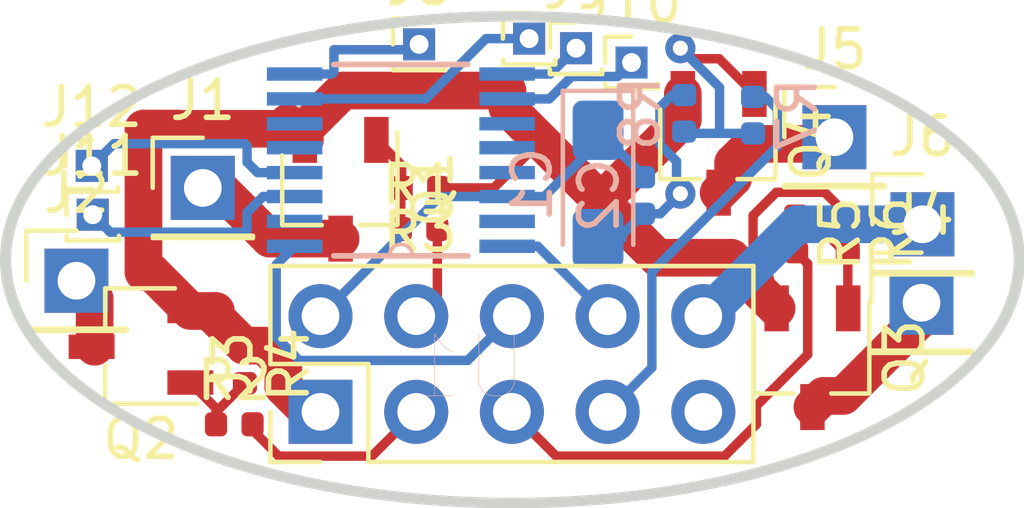
<source format=kicad_pcb>
(kicad_pcb (version 20171130) (host pcbnew 5.1.6-c6e7f7d~87~ubuntu20.04.1)

  (general
    (thickness 1.6)
    (drawings 18)
    (tracks 151)
    (zones 0)
    (modules 27)
    (nets 31)
  )

  (page A4)
  (layers
    (0 F.Cu signal)
    (31 B.Cu signal)
    (32 B.Adhes user hide)
    (33 F.Adhes user hide)
    (34 B.Paste user hide)
    (35 F.Paste user hide)
    (36 B.SilkS user hide)
    (37 F.SilkS user hide)
    (38 B.Mask user hide)
    (39 F.Mask user hide)
    (40 Dwgs.User user hide)
    (41 Cmts.User user hide)
    (42 Eco1.User user hide)
    (43 Eco2.User user hide)
    (44 Edge.Cuts user)
    (45 Margin user hide)
    (46 B.CrtYd user hide)
    (47 F.CrtYd user hide)
    (48 B.Fab user hide)
    (49 F.Fab user hide)
  )

  (setup
    (last_trace_width 0.25)
    (user_trace_width 1)
    (user_trace_width 2)
    (trace_clearance 0.2)
    (zone_clearance 0.508)
    (zone_45_only no)
    (trace_min 0.2)
    (via_size 0.8)
    (via_drill 0.4)
    (via_min_size 0.4)
    (via_min_drill 0.3)
    (uvia_size 0.3)
    (uvia_drill 0.1)
    (uvias_allowed no)
    (uvia_min_size 0.2)
    (uvia_min_drill 0.1)
    (edge_width 0.05)
    (segment_width 0.2)
    (pcb_text_width 0.3)
    (pcb_text_size 1.5 1.5)
    (mod_edge_width 0.12)
    (mod_text_size 1 1)
    (mod_text_width 0.15)
    (pad_size 1.524 1.524)
    (pad_drill 0.762)
    (pad_to_mask_clearance 0.05)
    (aux_axis_origin 0 0)
    (visible_elements FFFFFF7F)
    (pcbplotparams
      (layerselection 0x010fc_ffffffff)
      (usegerberextensions false)
      (usegerberattributes true)
      (usegerberadvancedattributes true)
      (creategerberjobfile true)
      (excludeedgelayer true)
      (linewidth 0.100000)
      (plotframeref false)
      (viasonmask false)
      (mode 1)
      (useauxorigin false)
      (hpglpennumber 1)
      (hpglpenspeed 20)
      (hpglpendiameter 15.000000)
      (psnegative false)
      (psa4output false)
      (plotreference true)
      (plotvalue true)
      (plotinvisibletext false)
      (padsonsilk false)
      (subtractmaskfromsilk false)
      (outputformat 1)
      (mirror false)
      (drillshape 1)
      (scaleselection 1)
      (outputdirectory ""))
  )

  (net 0 "")
  (net 1 GND)
  (net 2 "Net-(J1-Pad1)")
  (net 3 "Net-(J2-Pad1)")
  (net 4 "Net-(J3-Pad9)")
  (net 5 "Net-(J3-Pad7)")
  (net 6 "Net-(J3-Pad5)")
  (net 7 "Net-(J3-Pad4)")
  (net 8 "Net-(J3-Pad3)")
  (net 9 "Net-(J4-Pad1)")
  (net 10 "Net-(J5-Pad1)")
  (net 11 "Net-(Q1-Pad1)")
  (net 12 "Net-(Q2-Pad1)")
  (net 13 "Net-(Q3-Pad1)")
  (net 14 "Net-(Q4-Pad1)")
  (net 15 "Net-(U1-Pad15)")
  (net 16 "Net-(U1-Pad12)")
  (net 17 "Net-(U1-Pad11)")
  (net 18 "Net-(U1-Pad6)")
  (net 19 "Net-(U1-Pad5)")
  (net 20 "Net-(U1-Pad2)")
  (net 21 +12V)
  (net 22 +3V3)
  (net 23 /SCL)
  (net 24 "Net-(J7-Pad1)")
  (net 25 "Net-(J8-Pad1)")
  (net 26 "Net-(J9-Pad1)")
  (net 27 "Net-(J10-Pad1)")
  (net 28 /SDA)
  (net 29 "Net-(J11-Pad1)")
  (net 30 "Net-(J12-Pad1)")

  (net_class Default "This is the default net class."
    (clearance 0.2)
    (trace_width 0.25)
    (via_dia 0.8)
    (via_drill 0.4)
    (uvia_dia 0.3)
    (uvia_drill 0.1)
    (add_net +12V)
    (add_net +3V3)
    (add_net /SCL)
    (add_net /SDA)
    (add_net GND)
    (add_net "Net-(J1-Pad1)")
    (add_net "Net-(J10-Pad1)")
    (add_net "Net-(J11-Pad1)")
    (add_net "Net-(J12-Pad1)")
    (add_net "Net-(J2-Pad1)")
    (add_net "Net-(J3-Pad3)")
    (add_net "Net-(J3-Pad4)")
    (add_net "Net-(J3-Pad5)")
    (add_net "Net-(J3-Pad7)")
    (add_net "Net-(J3-Pad9)")
    (add_net "Net-(J4-Pad1)")
    (add_net "Net-(J5-Pad1)")
    (add_net "Net-(J7-Pad1)")
    (add_net "Net-(J8-Pad1)")
    (add_net "Net-(J9-Pad1)")
    (add_net "Net-(Q1-Pad1)")
    (add_net "Net-(Q2-Pad1)")
    (add_net "Net-(Q3-Pad1)")
    (add_net "Net-(Q4-Pad1)")
    (add_net "Net-(U1-Pad11)")
    (add_net "Net-(U1-Pad12)")
    (add_net "Net-(U1-Pad15)")
    (add_net "Net-(U1-Pad2)")
    (add_net "Net-(U1-Pad5)")
    (add_net "Net-(U1-Pad6)")
  )

  (module Connector_PinHeader_1.00mm:PinHeader_1x01_P1.00mm_Vertical (layer F.Cu) (tedit 59FED738) (tstamp 5FB6F8F5)
    (at 133.5278 82.8802)
    (descr "Through hole straight pin header, 1x01, 1.00mm pitch, single row")
    (tags "Through hole pin header THT 1x01 1.00mm single row")
    (path /5FBC5657)
    (fp_text reference J12 (at 0 -1.56) (layer F.SilkS)
      (effects (font (size 1 1) (thickness 0.15)))
    )
    (fp_text value Conn_01x01 (at 0 1.56) (layer F.Fab)
      (effects (font (size 1 1) (thickness 0.15)))
    )
    (fp_line (start 1.15 -1) (end -1.15 -1) (layer F.CrtYd) (width 0.05))
    (fp_line (start 1.15 1) (end 1.15 -1) (layer F.CrtYd) (width 0.05))
    (fp_line (start -1.15 1) (end 1.15 1) (layer F.CrtYd) (width 0.05))
    (fp_line (start -1.15 -1) (end -1.15 1) (layer F.CrtYd) (width 0.05))
    (fp_line (start -0.695 -0.685) (end 0 -0.685) (layer F.SilkS) (width 0.12))
    (fp_line (start -0.695 0) (end -0.695 -0.685) (layer F.SilkS) (width 0.12))
    (fp_line (start 0.608276 0.685) (end 0.695 0.685) (layer F.SilkS) (width 0.12))
    (fp_line (start -0.695 0.685) (end -0.608276 0.685) (layer F.SilkS) (width 0.12))
    (fp_line (start 0.695 0.685) (end 0.695 0.56) (layer F.SilkS) (width 0.12))
    (fp_line (start -0.695 0.685) (end -0.695 0.56) (layer F.SilkS) (width 0.12))
    (fp_line (start -0.695 0.685) (end 0.695 0.685) (layer F.SilkS) (width 0.12))
    (fp_line (start -0.635 -0.1825) (end -0.3175 -0.5) (layer F.Fab) (width 0.1))
    (fp_line (start -0.635 0.5) (end -0.635 -0.1825) (layer F.Fab) (width 0.1))
    (fp_line (start 0.635 0.5) (end -0.635 0.5) (layer F.Fab) (width 0.1))
    (fp_line (start 0.635 -0.5) (end 0.635 0.5) (layer F.Fab) (width 0.1))
    (fp_line (start -0.3175 -0.5) (end 0.635 -0.5) (layer F.Fab) (width 0.1))
    (fp_text user %R (at 0 0 90) (layer F.Fab)
      (effects (font (size 0.76 0.76) (thickness 0.114)))
    )
    (pad 1 thru_hole rect (at 0 0) (size 0.85 0.85) (drill 0.5) (layers *.Cu *.Mask)
      (net 30 "Net-(J12-Pad1)"))
    (model ${KISYS3DMOD}/Connector_PinHeader_1.00mm.3dshapes/PinHeader_1x01_P1.00mm_Vertical.wrl
      (at (xyz 0 0 0))
      (scale (xyz 1 1 1))
      (rotate (xyz 0 0 0))
    )
  )

  (module Connector_PinHeader_1.00mm:PinHeader_1x01_P1.00mm_Vertical (layer F.Cu) (tedit 59FED738) (tstamp 5FB6F8DF)
    (at 133.5532 84.1756)
    (descr "Through hole straight pin header, 1x01, 1.00mm pitch, single row")
    (tags "Through hole pin header THT 1x01 1.00mm single row")
    (path /5FBC517A)
    (fp_text reference J11 (at 0 -1.56) (layer F.SilkS)
      (effects (font (size 1 1) (thickness 0.15)))
    )
    (fp_text value Conn_01x01 (at 0 1.56) (layer F.Fab)
      (effects (font (size 1 1) (thickness 0.15)))
    )
    (fp_line (start -0.3175 -0.5) (end 0.635 -0.5) (layer F.Fab) (width 0.1))
    (fp_line (start 0.635 -0.5) (end 0.635 0.5) (layer F.Fab) (width 0.1))
    (fp_line (start 0.635 0.5) (end -0.635 0.5) (layer F.Fab) (width 0.1))
    (fp_line (start -0.635 0.5) (end -0.635 -0.1825) (layer F.Fab) (width 0.1))
    (fp_line (start -0.635 -0.1825) (end -0.3175 -0.5) (layer F.Fab) (width 0.1))
    (fp_line (start -0.695 0.685) (end 0.695 0.685) (layer F.SilkS) (width 0.12))
    (fp_line (start -0.695 0.685) (end -0.695 0.56) (layer F.SilkS) (width 0.12))
    (fp_line (start 0.695 0.685) (end 0.695 0.56) (layer F.SilkS) (width 0.12))
    (fp_line (start -0.695 0.685) (end -0.608276 0.685) (layer F.SilkS) (width 0.12))
    (fp_line (start 0.608276 0.685) (end 0.695 0.685) (layer F.SilkS) (width 0.12))
    (fp_line (start -0.695 0) (end -0.695 -0.685) (layer F.SilkS) (width 0.12))
    (fp_line (start -0.695 -0.685) (end 0 -0.685) (layer F.SilkS) (width 0.12))
    (fp_line (start -1.15 -1) (end -1.15 1) (layer F.CrtYd) (width 0.05))
    (fp_line (start -1.15 1) (end 1.15 1) (layer F.CrtYd) (width 0.05))
    (fp_line (start 1.15 1) (end 1.15 -1) (layer F.CrtYd) (width 0.05))
    (fp_line (start 1.15 -1) (end -1.15 -1) (layer F.CrtYd) (width 0.05))
    (fp_text user %R (at 0 0 90) (layer F.Fab)
      (effects (font (size 0.76 0.76) (thickness 0.114)))
    )
    (pad 1 thru_hole rect (at 0 0) (size 0.85 0.85) (drill 0.5) (layers *.Cu *.Mask)
      (net 29 "Net-(J11-Pad1)"))
    (model ${KISYS3DMOD}/Connector_PinHeader_1.00mm.3dshapes/PinHeader_1x01_P1.00mm_Vertical.wrl
      (at (xyz 0 0 0))
      (scale (xyz 1 1 1))
      (rotate (xyz 0 0 0))
    )
  )

  (module Connector_PinHeader_2.54mm:PinHeader_2x05_P2.54mm_Vertical (layer F.Cu) (tedit 59FED5CC) (tstamp 5FADF553)
    (at 139.5984 89.408 90)
    (descr "Through hole straight pin header, 2x05, 2.54mm pitch, double rows")
    (tags "Through hole pin header THT 2x05 2.54mm double row")
    (path /5FAD9628)
    (fp_text reference J3 (at 1.27 -2.33 90) (layer F.SilkS)
      (effects (font (size 1 1) (thickness 0.15)))
    )
    (fp_text value Conn_02x05_Counter_Clockwise (at 1.27 12.49 90) (layer F.Fab)
      (effects (font (size 1 1) (thickness 0.15)))
    )
    (fp_line (start 4.35 -1.8) (end -1.8 -1.8) (layer F.CrtYd) (width 0.05))
    (fp_line (start 4.35 11.95) (end 4.35 -1.8) (layer F.CrtYd) (width 0.05))
    (fp_line (start -1.8 11.95) (end 4.35 11.95) (layer F.CrtYd) (width 0.05))
    (fp_line (start -1.8 -1.8) (end -1.8 11.95) (layer F.CrtYd) (width 0.05))
    (fp_line (start -1.33 -1.33) (end 0 -1.33) (layer F.SilkS) (width 0.12))
    (fp_line (start -1.33 0) (end -1.33 -1.33) (layer F.SilkS) (width 0.12))
    (fp_line (start 1.27 -1.33) (end 3.87 -1.33) (layer F.SilkS) (width 0.12))
    (fp_line (start 1.27 1.27) (end 1.27 -1.33) (layer F.SilkS) (width 0.12))
    (fp_line (start -1.33 1.27) (end 1.27 1.27) (layer F.SilkS) (width 0.12))
    (fp_line (start 3.87 -1.33) (end 3.87 11.49) (layer F.SilkS) (width 0.12))
    (fp_line (start -1.33 1.27) (end -1.33 11.49) (layer F.SilkS) (width 0.12))
    (fp_line (start -1.33 11.49) (end 3.87 11.49) (layer F.SilkS) (width 0.12))
    (fp_line (start -1.27 0) (end 0 -1.27) (layer F.Fab) (width 0.1))
    (fp_line (start -1.27 11.43) (end -1.27 0) (layer F.Fab) (width 0.1))
    (fp_line (start 3.81 11.43) (end -1.27 11.43) (layer F.Fab) (width 0.1))
    (fp_line (start 3.81 -1.27) (end 3.81 11.43) (layer F.Fab) (width 0.1))
    (fp_line (start 0 -1.27) (end 3.81 -1.27) (layer F.Fab) (width 0.1))
    (fp_text user %R (at 1.27 5.08) (layer F.Fab)
      (effects (font (size 1 1) (thickness 0.15)))
    )
    (pad 10 thru_hole oval (at 2.54 10.16 90) (size 1.7 1.7) (drill 1) (layers *.Cu *.Mask)
      (net 21 +12V))
    (pad 9 thru_hole oval (at 0 10.16 90) (size 1.7 1.7) (drill 1) (layers *.Cu *.Mask)
      (net 4 "Net-(J3-Pad9)"))
    (pad 8 thru_hole oval (at 2.54 7.62 90) (size 1.7 1.7) (drill 1) (layers *.Cu *.Mask)
      (net 28 /SDA))
    (pad 7 thru_hole oval (at 0 7.62 90) (size 1.7 1.7) (drill 1) (layers *.Cu *.Mask)
      (net 5 "Net-(J3-Pad7)"))
    (pad 6 thru_hole oval (at 2.54 5.08 90) (size 1.7 1.7) (drill 1) (layers *.Cu *.Mask)
      (net 23 /SCL))
    (pad 5 thru_hole oval (at 0 5.08 90) (size 1.7 1.7) (drill 1) (layers *.Cu *.Mask)
      (net 6 "Net-(J3-Pad5)"))
    (pad 4 thru_hole oval (at 2.54 2.54 90) (size 1.7 1.7) (drill 1) (layers *.Cu *.Mask)
      (net 7 "Net-(J3-Pad4)"))
    (pad 3 thru_hole oval (at 0 2.54 90) (size 1.7 1.7) (drill 1) (layers *.Cu *.Mask)
      (net 8 "Net-(J3-Pad3)"))
    (pad 2 thru_hole oval (at 2.54 0 90) (size 1.7 1.7) (drill 1) (layers *.Cu *.Mask)
      (net 22 +3V3))
    (pad 1 thru_hole rect (at 0 0 90) (size 1.7 1.7) (drill 1) (layers *.Cu *.Mask)
      (net 1 GND))
    (model ${KISYS3DMOD}/Connector_PinHeader_2.54mm.3dshapes/PinHeader_2x05_P2.54mm_Vertical.wrl
      (at (xyz 0 0 0))
      (scale (xyz 1 1 1))
      (rotate (xyz 0 0 0))
    )
  )

  (module Connector_PinHeader_1.00mm:PinHeader_1x01_P1.00mm_Vertical (layer F.Cu) (tedit 59FED738) (tstamp 5FB5A830)
    (at 147.8534 80.137)
    (descr "Through hole straight pin header, 1x01, 1.00mm pitch, single row")
    (tags "Through hole pin header THT 1x01 1.00mm single row")
    (path /5FB805C6)
    (fp_text reference J10 (at 0 -1.56) (layer F.SilkS)
      (effects (font (size 1 1) (thickness 0.15)))
    )
    (fp_text value Conn_01x01 (at 0 1.56) (layer F.Fab)
      (effects (font (size 1 1) (thickness 0.15)))
    )
    (fp_line (start 1.15 -1) (end -1.15 -1) (layer F.CrtYd) (width 0.05))
    (fp_line (start 1.15 1) (end 1.15 -1) (layer F.CrtYd) (width 0.05))
    (fp_line (start -1.15 1) (end 1.15 1) (layer F.CrtYd) (width 0.05))
    (fp_line (start -1.15 -1) (end -1.15 1) (layer F.CrtYd) (width 0.05))
    (fp_line (start -0.695 -0.685) (end 0 -0.685) (layer F.SilkS) (width 0.12))
    (fp_line (start -0.695 0) (end -0.695 -0.685) (layer F.SilkS) (width 0.12))
    (fp_line (start 0.608276 0.685) (end 0.695 0.685) (layer F.SilkS) (width 0.12))
    (fp_line (start -0.695 0.685) (end -0.608276 0.685) (layer F.SilkS) (width 0.12))
    (fp_line (start 0.695 0.685) (end 0.695 0.56) (layer F.SilkS) (width 0.12))
    (fp_line (start -0.695 0.685) (end -0.695 0.56) (layer F.SilkS) (width 0.12))
    (fp_line (start -0.695 0.685) (end 0.695 0.685) (layer F.SilkS) (width 0.12))
    (fp_line (start -0.635 -0.1825) (end -0.3175 -0.5) (layer F.Fab) (width 0.1))
    (fp_line (start -0.635 0.5) (end -0.635 -0.1825) (layer F.Fab) (width 0.1))
    (fp_line (start 0.635 0.5) (end -0.635 0.5) (layer F.Fab) (width 0.1))
    (fp_line (start 0.635 -0.5) (end 0.635 0.5) (layer F.Fab) (width 0.1))
    (fp_line (start -0.3175 -0.5) (end 0.635 -0.5) (layer F.Fab) (width 0.1))
    (fp_text user %R (at 0 0 90) (layer F.Fab)
      (effects (font (size 0.76 0.76) (thickness 0.114)))
    )
    (pad 1 thru_hole rect (at 0 0) (size 0.85 0.85) (drill 0.5) (layers *.Cu *.Mask)
      (net 27 "Net-(J10-Pad1)"))
    (model ${KISYS3DMOD}/Connector_PinHeader_1.00mm.3dshapes/PinHeader_1x01_P1.00mm_Vertical.wrl
      (at (xyz 0 0 0))
      (scale (xyz 1 1 1))
      (rotate (xyz 0 0 0))
    )
  )

  (module Connector_PinHeader_1.00mm:PinHeader_1x01_P1.00mm_Vertical (layer F.Cu) (tedit 59FED738) (tstamp 5FB5A81A)
    (at 146.3802 79.756)
    (descr "Through hole straight pin header, 1x01, 1.00mm pitch, single row")
    (tags "Through hole pin header THT 1x01 1.00mm single row")
    (path /5FB80260)
    (fp_text reference J9 (at 0 -1.56) (layer F.SilkS)
      (effects (font (size 1 1) (thickness 0.15)))
    )
    (fp_text value Conn_01x01 (at 0 1.56) (layer F.Fab)
      (effects (font (size 1 1) (thickness 0.15)))
    )
    (fp_line (start 1.15 -1) (end -1.15 -1) (layer F.CrtYd) (width 0.05))
    (fp_line (start 1.15 1) (end 1.15 -1) (layer F.CrtYd) (width 0.05))
    (fp_line (start -1.15 1) (end 1.15 1) (layer F.CrtYd) (width 0.05))
    (fp_line (start -1.15 -1) (end -1.15 1) (layer F.CrtYd) (width 0.05))
    (fp_line (start -0.695 -0.685) (end 0 -0.685) (layer F.SilkS) (width 0.12))
    (fp_line (start -0.695 0) (end -0.695 -0.685) (layer F.SilkS) (width 0.12))
    (fp_line (start 0.608276 0.685) (end 0.695 0.685) (layer F.SilkS) (width 0.12))
    (fp_line (start -0.695 0.685) (end -0.608276 0.685) (layer F.SilkS) (width 0.12))
    (fp_line (start 0.695 0.685) (end 0.695 0.56) (layer F.SilkS) (width 0.12))
    (fp_line (start -0.695 0.685) (end -0.695 0.56) (layer F.SilkS) (width 0.12))
    (fp_line (start -0.695 0.685) (end 0.695 0.685) (layer F.SilkS) (width 0.12))
    (fp_line (start -0.635 -0.1825) (end -0.3175 -0.5) (layer F.Fab) (width 0.1))
    (fp_line (start -0.635 0.5) (end -0.635 -0.1825) (layer F.Fab) (width 0.1))
    (fp_line (start 0.635 0.5) (end -0.635 0.5) (layer F.Fab) (width 0.1))
    (fp_line (start 0.635 -0.5) (end 0.635 0.5) (layer F.Fab) (width 0.1))
    (fp_line (start -0.3175 -0.5) (end 0.635 -0.5) (layer F.Fab) (width 0.1))
    (fp_text user %R (at 0 0 90) (layer F.Fab)
      (effects (font (size 0.76 0.76) (thickness 0.114)))
    )
    (pad 1 thru_hole rect (at 0 0) (size 0.85 0.85) (drill 0.5) (layers *.Cu *.Mask)
      (net 26 "Net-(J9-Pad1)"))
    (model ${KISYS3DMOD}/Connector_PinHeader_1.00mm.3dshapes/PinHeader_1x01_P1.00mm_Vertical.wrl
      (at (xyz 0 0 0))
      (scale (xyz 1 1 1))
      (rotate (xyz 0 0 0))
    )
  )

  (module Connector_PinHeader_1.00mm:PinHeader_1x01_P1.00mm_Vertical (layer F.Cu) (tedit 59FED738) (tstamp 5FB5A804)
    (at 142.2146 79.6544)
    (descr "Through hole straight pin header, 1x01, 1.00mm pitch, single row")
    (tags "Through hole pin header THT 1x01 1.00mm single row")
    (path /5FB7FF30)
    (fp_text reference J8 (at 0 -1.56) (layer F.SilkS)
      (effects (font (size 1 1) (thickness 0.15)))
    )
    (fp_text value Conn_01x01 (at 0 1.56) (layer F.Fab)
      (effects (font (size 1 1) (thickness 0.15)))
    )
    (fp_line (start 1.15 -1) (end -1.15 -1) (layer F.CrtYd) (width 0.05))
    (fp_line (start 1.15 1) (end 1.15 -1) (layer F.CrtYd) (width 0.05))
    (fp_line (start -1.15 1) (end 1.15 1) (layer F.CrtYd) (width 0.05))
    (fp_line (start -1.15 -1) (end -1.15 1) (layer F.CrtYd) (width 0.05))
    (fp_line (start -0.695 -0.685) (end 0 -0.685) (layer F.SilkS) (width 0.12))
    (fp_line (start -0.695 0) (end -0.695 -0.685) (layer F.SilkS) (width 0.12))
    (fp_line (start 0.608276 0.685) (end 0.695 0.685) (layer F.SilkS) (width 0.12))
    (fp_line (start -0.695 0.685) (end -0.608276 0.685) (layer F.SilkS) (width 0.12))
    (fp_line (start 0.695 0.685) (end 0.695 0.56) (layer F.SilkS) (width 0.12))
    (fp_line (start -0.695 0.685) (end -0.695 0.56) (layer F.SilkS) (width 0.12))
    (fp_line (start -0.695 0.685) (end 0.695 0.685) (layer F.SilkS) (width 0.12))
    (fp_line (start -0.635 -0.1825) (end -0.3175 -0.5) (layer F.Fab) (width 0.1))
    (fp_line (start -0.635 0.5) (end -0.635 -0.1825) (layer F.Fab) (width 0.1))
    (fp_line (start 0.635 0.5) (end -0.635 0.5) (layer F.Fab) (width 0.1))
    (fp_line (start 0.635 -0.5) (end 0.635 0.5) (layer F.Fab) (width 0.1))
    (fp_line (start -0.3175 -0.5) (end 0.635 -0.5) (layer F.Fab) (width 0.1))
    (fp_text user %R (at 0 0 90) (layer F.Fab)
      (effects (font (size 0.76 0.76) (thickness 0.114)))
    )
    (pad 1 thru_hole rect (at 0 0) (size 0.85 0.85) (drill 0.5) (layers *.Cu *.Mask)
      (net 25 "Net-(J8-Pad1)"))
    (model ${KISYS3DMOD}/Connector_PinHeader_1.00mm.3dshapes/PinHeader_1x01_P1.00mm_Vertical.wrl
      (at (xyz 0 0 0))
      (scale (xyz 1 1 1))
      (rotate (xyz 0 0 0))
    )
  )

  (module Connector_PinHeader_1.00mm:PinHeader_1x01_P1.00mm_Vertical (layer F.Cu) (tedit 59FED738) (tstamp 5FB5A7EE)
    (at 145.1356 79.502)
    (descr "Through hole straight pin header, 1x01, 1.00mm pitch, single row")
    (tags "Through hole pin header THT 1x01 1.00mm single row")
    (path /5FB7F769)
    (fp_text reference J7 (at 0 -1.56) (layer F.SilkS)
      (effects (font (size 1 1) (thickness 0.15)))
    )
    (fp_text value Conn_01x01 (at 0 1.56) (layer F.Fab)
      (effects (font (size 1 1) (thickness 0.15)))
    )
    (fp_line (start 1.15 -1) (end -1.15 -1) (layer F.CrtYd) (width 0.05))
    (fp_line (start 1.15 1) (end 1.15 -1) (layer F.CrtYd) (width 0.05))
    (fp_line (start -1.15 1) (end 1.15 1) (layer F.CrtYd) (width 0.05))
    (fp_line (start -1.15 -1) (end -1.15 1) (layer F.CrtYd) (width 0.05))
    (fp_line (start -0.695 -0.685) (end 0 -0.685) (layer F.SilkS) (width 0.12))
    (fp_line (start -0.695 0) (end -0.695 -0.685) (layer F.SilkS) (width 0.12))
    (fp_line (start 0.608276 0.685) (end 0.695 0.685) (layer F.SilkS) (width 0.12))
    (fp_line (start -0.695 0.685) (end -0.608276 0.685) (layer F.SilkS) (width 0.12))
    (fp_line (start 0.695 0.685) (end 0.695 0.56) (layer F.SilkS) (width 0.12))
    (fp_line (start -0.695 0.685) (end -0.695 0.56) (layer F.SilkS) (width 0.12))
    (fp_line (start -0.695 0.685) (end 0.695 0.685) (layer F.SilkS) (width 0.12))
    (fp_line (start -0.635 -0.1825) (end -0.3175 -0.5) (layer F.Fab) (width 0.1))
    (fp_line (start -0.635 0.5) (end -0.635 -0.1825) (layer F.Fab) (width 0.1))
    (fp_line (start 0.635 0.5) (end -0.635 0.5) (layer F.Fab) (width 0.1))
    (fp_line (start 0.635 -0.5) (end 0.635 0.5) (layer F.Fab) (width 0.1))
    (fp_line (start -0.3175 -0.5) (end 0.635 -0.5) (layer F.Fab) (width 0.1))
    (fp_text user %R (at 0 0 90) (layer F.Fab)
      (effects (font (size 0.76 0.76) (thickness 0.114)))
    )
    (pad 1 thru_hole rect (at 0 0) (size 0.85 0.85) (drill 0.5) (layers *.Cu *.Mask)
      (net 24 "Net-(J7-Pad1)"))
    (model ${KISYS3DMOD}/Connector_PinHeader_1.00mm.3dshapes/PinHeader_1x01_P1.00mm_Vertical.wrl
      (at (xyz 0 0 0))
      (scale (xyz 1 1 1))
      (rotate (xyz 0 0 0))
    )
  )

  (module Connector_PinHeader_2.54mm:PinHeader_1x01_P2.54mm_Vertical (layer F.Cu) (tedit 59FED5CC) (tstamp 5FB5A16B)
    (at 155.575 84.4296)
    (descr "Through hole straight pin header, 1x01, 2.54mm pitch, single row")
    (tags "Through hole pin header THT 1x01 2.54mm single row")
    (path /5FB67D7D)
    (fp_text reference J6 (at 0 -2.33) (layer F.SilkS)
      (effects (font (size 1 1) (thickness 0.15)))
    )
    (fp_text value Conn_01x01 (at 0 2.33) (layer F.Fab)
      (effects (font (size 1 1) (thickness 0.15)))
    )
    (fp_line (start 1.8 -1.8) (end -1.8 -1.8) (layer F.CrtYd) (width 0.05))
    (fp_line (start 1.8 1.8) (end 1.8 -1.8) (layer F.CrtYd) (width 0.05))
    (fp_line (start -1.8 1.8) (end 1.8 1.8) (layer F.CrtYd) (width 0.05))
    (fp_line (start -1.8 -1.8) (end -1.8 1.8) (layer F.CrtYd) (width 0.05))
    (fp_line (start -1.33 -1.33) (end 0 -1.33) (layer F.SilkS) (width 0.12))
    (fp_line (start -1.33 0) (end -1.33 -1.33) (layer F.SilkS) (width 0.12))
    (fp_line (start -1.33 1.27) (end 1.33 1.27) (layer F.SilkS) (width 0.12))
    (fp_line (start 1.33 1.27) (end 1.33 1.33) (layer F.SilkS) (width 0.12))
    (fp_line (start -1.33 1.27) (end -1.33 1.33) (layer F.SilkS) (width 0.12))
    (fp_line (start -1.33 1.33) (end 1.33 1.33) (layer F.SilkS) (width 0.12))
    (fp_line (start -1.27 -0.635) (end -0.635 -1.27) (layer F.Fab) (width 0.1))
    (fp_line (start -1.27 1.27) (end -1.27 -0.635) (layer F.Fab) (width 0.1))
    (fp_line (start 1.27 1.27) (end -1.27 1.27) (layer F.Fab) (width 0.1))
    (fp_line (start 1.27 -1.27) (end 1.27 1.27) (layer F.Fab) (width 0.1))
    (fp_line (start -0.635 -1.27) (end 1.27 -1.27) (layer F.Fab) (width 0.1))
    (fp_text user %R (at 0 0 90) (layer F.Fab)
      (effects (font (size 1 1) (thickness 0.15)))
    )
    (pad 1 thru_hole rect (at 0 0) (size 1.7 1.7) (drill 1) (layers *.Cu *.Mask)
      (net 21 +12V))
    (model ${KISYS3DMOD}/Connector_PinHeader_2.54mm.3dshapes/PinHeader_1x01_P2.54mm_Vertical.wrl
      (at (xyz 0 0 0))
      (scale (xyz 1 1 1))
      (rotate (xyz 0 0 0))
    )
  )

  (module AD7746ARUZ:SOP65P640X120-16N (layer B.Cu) (tedit 5F1073EA) (tstamp 5FADF6AD)
    (at 141.732 82.7278)
    (path /5FAD69E7)
    (fp_text reference U1 (at 1.755045 5.494075) (layer B.SilkS)
      (effects (font (size 1.642291 1.642291) (thickness 0.015)) (justify mirror))
    )
    (fp_text value AD7746ARUZ (at 14.251655 -4.674345) (layer B.Fab)
      (effects (font (size 1.64026 1.64026) (thickness 0.015)) (justify mirror))
    )
    (fp_line (start 3.81 -1.8034) (end 3.81 -1.4224) (layer Dwgs.User) (width 0.1524))
    (fp_line (start 4.064 -1.8034) (end 3.81 -1.8034) (layer Dwgs.User) (width 0.1524))
    (fp_line (start 4.064 -1.4224) (end 4.064 -1.8034) (layer Dwgs.User) (width 0.1524))
    (fp_line (start -0.3048 2.54) (end -1.778 2.54) (layer B.SilkS) (width 0.1524))
    (fp_line (start 0.3048 2.54) (end -0.3048 2.54) (layer B.SilkS) (width 0.1524))
    (fp_line (start 1.778 2.54) (end 0.3048 2.54) (layer B.SilkS) (width 0.1524))
    (fp_line (start -1.778 -2.54) (end 1.778 -2.54) (layer B.SilkS) (width 0.1524))
    (fp_line (start -2.2606 2.54) (end -2.2606 -2.54) (layer B.Fab) (width 0.1524))
    (fp_line (start -0.3048 2.54) (end -2.2606 2.54) (layer B.Fab) (width 0.1524))
    (fp_line (start 0.3048 2.54) (end -0.3048 2.54) (layer B.Fab) (width 0.1524))
    (fp_line (start 2.2606 2.54) (end 0.3048 2.54) (layer B.Fab) (width 0.1524))
    (fp_line (start 2.2606 -2.54) (end 2.2606 2.54) (layer B.Fab) (width 0.1524))
    (fp_line (start -2.2606 -2.54) (end 2.2606 -2.54) (layer B.Fab) (width 0.1524))
    (fp_line (start 3.2004 2.413) (end 2.2606 2.413) (layer B.Fab) (width 0.1524))
    (fp_line (start 3.2004 2.1336) (end 3.2004 2.413) (layer B.Fab) (width 0.1524))
    (fp_line (start 2.2606 2.1336) (end 3.2004 2.1336) (layer B.Fab) (width 0.1524))
    (fp_line (start 2.2606 2.413) (end 2.2606 2.1336) (layer B.Fab) (width 0.1524))
    (fp_line (start 3.2004 1.778) (end 2.2606 1.778) (layer B.Fab) (width 0.1524))
    (fp_line (start 3.2004 1.4732) (end 3.2004 1.778) (layer B.Fab) (width 0.1524))
    (fp_line (start 2.2606 1.4732) (end 3.2004 1.4732) (layer B.Fab) (width 0.1524))
    (fp_line (start 2.2606 1.778) (end 2.2606 1.4732) (layer B.Fab) (width 0.1524))
    (fp_line (start 3.2004 1.1176) (end 2.2606 1.1176) (layer B.Fab) (width 0.1524))
    (fp_line (start 3.2004 0.8128) (end 3.2004 1.1176) (layer B.Fab) (width 0.1524))
    (fp_line (start 2.2606 0.8128) (end 3.2004 0.8128) (layer B.Fab) (width 0.1524))
    (fp_line (start 2.2606 1.1176) (end 2.2606 0.8128) (layer B.Fab) (width 0.1524))
    (fp_line (start 3.2004 0.4826) (end 2.2606 0.4826) (layer B.Fab) (width 0.1524))
    (fp_line (start 3.2004 0.1778) (end 3.2004 0.4826) (layer B.Fab) (width 0.1524))
    (fp_line (start 2.2606 0.1778) (end 3.2004 0.1778) (layer B.Fab) (width 0.1524))
    (fp_line (start 2.2606 0.4826) (end 2.2606 0.1778) (layer B.Fab) (width 0.1524))
    (fp_line (start 3.2004 -0.1778) (end 2.2606 -0.1778) (layer B.Fab) (width 0.1524))
    (fp_line (start 3.2004 -0.4826) (end 3.2004 -0.1778) (layer B.Fab) (width 0.1524))
    (fp_line (start 2.2606 -0.4826) (end 3.2004 -0.4826) (layer B.Fab) (width 0.1524))
    (fp_line (start 2.2606 -0.1778) (end 2.2606 -0.4826) (layer B.Fab) (width 0.1524))
    (fp_line (start 3.2004 -0.8128) (end 2.2606 -0.8128) (layer B.Fab) (width 0.1524))
    (fp_line (start 3.2004 -1.1176) (end 3.2004 -0.8128) (layer B.Fab) (width 0.1524))
    (fp_line (start 2.2606 -1.1176) (end 3.2004 -1.1176) (layer B.Fab) (width 0.1524))
    (fp_line (start 2.2606 -0.8128) (end 2.2606 -1.1176) (layer B.Fab) (width 0.1524))
    (fp_line (start 3.2004 -1.4732) (end 2.2606 -1.4732) (layer B.Fab) (width 0.1524))
    (fp_line (start 3.2004 -1.778) (end 3.2004 -1.4732) (layer B.Fab) (width 0.1524))
    (fp_line (start 2.2606 -1.778) (end 3.2004 -1.778) (layer B.Fab) (width 0.1524))
    (fp_line (start 2.2606 -1.4732) (end 2.2606 -1.778) (layer B.Fab) (width 0.1524))
    (fp_line (start 3.2004 -2.1336) (end 2.2606 -2.1336) (layer B.Fab) (width 0.1524))
    (fp_line (start 3.2004 -2.413) (end 3.2004 -2.1336) (layer B.Fab) (width 0.1524))
    (fp_line (start 2.2606 -2.413) (end 3.2004 -2.413) (layer B.Fab) (width 0.1524))
    (fp_line (start 2.2606 -2.1336) (end 2.2606 -2.413) (layer B.Fab) (width 0.1524))
    (fp_line (start -3.2004 -2.413) (end -2.2606 -2.413) (layer B.Fab) (width 0.1524))
    (fp_line (start -3.2004 -2.1336) (end -3.2004 -2.413) (layer B.Fab) (width 0.1524))
    (fp_line (start -2.2606 -2.1336) (end -3.2004 -2.1336) (layer B.Fab) (width 0.1524))
    (fp_line (start -2.2606 -2.413) (end -2.2606 -2.1336) (layer B.Fab) (width 0.1524))
    (fp_line (start -3.2004 -1.778) (end -2.2606 -1.778) (layer B.Fab) (width 0.1524))
    (fp_line (start -3.2004 -1.4732) (end -3.2004 -1.778) (layer B.Fab) (width 0.1524))
    (fp_line (start -2.2606 -1.4732) (end -3.2004 -1.4732) (layer B.Fab) (width 0.1524))
    (fp_line (start -2.2606 -1.778) (end -2.2606 -1.4732) (layer B.Fab) (width 0.1524))
    (fp_line (start -3.2004 -1.1176) (end -2.2606 -1.1176) (layer B.Fab) (width 0.1524))
    (fp_line (start -3.2004 -0.8128) (end -3.2004 -1.1176) (layer B.Fab) (width 0.1524))
    (fp_line (start -2.2606 -0.8128) (end -3.2004 -0.8128) (layer B.Fab) (width 0.1524))
    (fp_line (start -2.2606 -1.1176) (end -2.2606 -0.8128) (layer B.Fab) (width 0.1524))
    (fp_line (start -3.2004 -0.4826) (end -2.2606 -0.4826) (layer B.Fab) (width 0.1524))
    (fp_line (start -3.2004 -0.1778) (end -3.2004 -0.4826) (layer B.Fab) (width 0.1524))
    (fp_line (start -2.2606 -0.1778) (end -3.2004 -0.1778) (layer B.Fab) (width 0.1524))
    (fp_line (start -2.2606 -0.4826) (end -2.2606 -0.1778) (layer B.Fab) (width 0.1524))
    (fp_line (start -3.2004 0.1778) (end -2.2606 0.1778) (layer B.Fab) (width 0.1524))
    (fp_line (start -3.2004 0.4826) (end -3.2004 0.1778) (layer B.Fab) (width 0.1524))
    (fp_line (start -2.2606 0.4826) (end -3.2004 0.4826) (layer B.Fab) (width 0.1524))
    (fp_line (start -2.2606 0.1778) (end -2.2606 0.4826) (layer B.Fab) (width 0.1524))
    (fp_line (start -3.2004 0.8128) (end -2.2606 0.8128) (layer B.Fab) (width 0.1524))
    (fp_line (start -3.2004 1.1176) (end -3.2004 0.8128) (layer B.Fab) (width 0.1524))
    (fp_line (start -2.2606 1.1176) (end -3.2004 1.1176) (layer B.Fab) (width 0.1524))
    (fp_line (start -2.2606 0.8128) (end -2.2606 1.1176) (layer B.Fab) (width 0.1524))
    (fp_line (start -3.2004 1.4732) (end -2.2606 1.4732) (layer B.Fab) (width 0.1524))
    (fp_line (start -3.2004 1.778) (end -3.2004 1.4732) (layer B.Fab) (width 0.1524))
    (fp_line (start -2.2606 1.778) (end -3.2004 1.778) (layer B.Fab) (width 0.1524))
    (fp_line (start -2.2606 1.4732) (end -2.2606 1.778) (layer B.Fab) (width 0.1524))
    (fp_line (start -3.2004 2.1336) (end -2.2606 2.1336) (layer B.Fab) (width 0.1524))
    (fp_line (start -3.2004 2.413) (end -3.2004 2.1336) (layer B.Fab) (width 0.1524))
    (fp_line (start -2.2606 2.413) (end -3.2004 2.413) (layer B.Fab) (width 0.1524))
    (fp_line (start -2.2606 2.1336) (end -2.2606 2.413) (layer B.Fab) (width 0.1524))
    (fp_text user * (at -3.66314 2.49297) (layer Dwgs.User)
      (effects (font (size 1.001512 1.001512) (thickness 0.015)))
    )
    (fp_arc (start 0 2.54) (end -0.3048 2.54) (angle 180) (layer B.SilkS) (width 0.1))
    (fp_arc (start 0 2.54) (end -0.3048 2.54) (angle 180) (layer B.Fab) (width 0.1))
    (pad 16 smd rect (at 2.8194 2.286) (size 1.4732 0.3556) (layers B.Cu B.Paste B.Mask)
      (net 28 /SDA))
    (pad 15 smd rect (at 2.8194 1.6256) (size 1.4732 0.3556) (layers B.Cu B.Paste B.Mask)
      (net 15 "Net-(U1-Pad15)"))
    (pad 14 smd rect (at 2.8194 0.9652) (size 1.4732 0.3556) (layers B.Cu B.Paste B.Mask)
      (net 22 +3V3))
    (pad 13 smd rect (at 2.8194 0.3302) (size 1.4732 0.3556) (layers B.Cu B.Paste B.Mask)
      (net 1 GND))
    (pad 12 smd rect (at 2.8194 -0.3302) (size 1.4732 0.3556) (layers B.Cu B.Paste B.Mask)
      (net 16 "Net-(U1-Pad12)"))
    (pad 11 smd rect (at 2.8194 -0.9652) (size 1.4732 0.3556) (layers B.Cu B.Paste B.Mask)
      (net 17 "Net-(U1-Pad11)"))
    (pad 10 smd rect (at 2.8194 -1.6256) (size 1.4732 0.3556) (layers B.Cu B.Paste B.Mask)
      (net 27 "Net-(J10-Pad1)"))
    (pad 9 smd rect (at 2.8194 -2.286) (size 1.4732 0.3556) (layers B.Cu B.Paste B.Mask)
      (net 26 "Net-(J9-Pad1)"))
    (pad 8 smd rect (at -2.8194 -2.286) (size 1.4732 0.3556) (layers B.Cu B.Paste B.Mask)
      (net 25 "Net-(J8-Pad1)"))
    (pad 7 smd rect (at -2.8194 -1.6256) (size 1.4732 0.3556) (layers B.Cu B.Paste B.Mask)
      (net 24 "Net-(J7-Pad1)"))
    (pad 6 smd rect (at -2.8194 -0.9652) (size 1.4732 0.3556) (layers B.Cu B.Paste B.Mask)
      (net 18 "Net-(U1-Pad6)"))
    (pad 5 smd rect (at -2.8194 -0.3302) (size 1.4732 0.3556) (layers B.Cu B.Paste B.Mask)
      (net 19 "Net-(U1-Pad5)"))
    (pad 4 smd rect (at -2.8194 0.3302) (size 1.4732 0.3556) (layers B.Cu B.Paste B.Mask)
      (net 30 "Net-(J12-Pad1)"))
    (pad 3 smd rect (at -2.8194 0.9652) (size 1.4732 0.3556) (layers B.Cu B.Paste B.Mask)
      (net 29 "Net-(J11-Pad1)"))
    (pad 2 smd rect (at -2.8194 1.6256) (size 1.4732 0.3556) (layers B.Cu B.Paste B.Mask)
      (net 20 "Net-(U1-Pad2)"))
    (pad 1 smd rect (at -2.8194 2.286) (size 1.4732 0.3556) (layers B.Cu B.Paste B.Mask)
      (net 23 /SCL))
  )

  (module Resistor_SMD:R_0402_1005Metric (layer B.Cu) (tedit 5B301BBD) (tstamp 5FADF649)
    (at 149.2504 81.4856 270)
    (descr "Resistor SMD 0402 (1005 Metric), square (rectangular) end terminal, IPC_7351 nominal, (Body size source: http://www.tortai-tech.com/upload/download/2011102023233369053.pdf), generated with kicad-footprint-generator")
    (tags resistor)
    (path /5FB020B7)
    (attr smd)
    (fp_text reference R8 (at 0 1.17 90) (layer B.SilkS)
      (effects (font (size 1 1) (thickness 0.15)) (justify mirror))
    )
    (fp_text value 10k (at 0 -1.17 90) (layer B.Fab)
      (effects (font (size 1 1) (thickness 0.15)) (justify mirror))
    )
    (fp_line (start 0.93 -0.47) (end -0.93 -0.47) (layer B.CrtYd) (width 0.05))
    (fp_line (start 0.93 0.47) (end 0.93 -0.47) (layer B.CrtYd) (width 0.05))
    (fp_line (start -0.93 0.47) (end 0.93 0.47) (layer B.CrtYd) (width 0.05))
    (fp_line (start -0.93 -0.47) (end -0.93 0.47) (layer B.CrtYd) (width 0.05))
    (fp_line (start 0.5 -0.25) (end -0.5 -0.25) (layer B.Fab) (width 0.1))
    (fp_line (start 0.5 0.25) (end 0.5 -0.25) (layer B.Fab) (width 0.1))
    (fp_line (start -0.5 0.25) (end 0.5 0.25) (layer B.Fab) (width 0.1))
    (fp_line (start -0.5 -0.25) (end -0.5 0.25) (layer B.Fab) (width 0.1))
    (fp_text user %R (at 0 0 90) (layer B.Fab)
      (effects (font (size 0.25 0.25) (thickness 0.04)) (justify mirror))
    )
    (pad 2 smd roundrect (at 0.485 0 270) (size 0.59 0.64) (layers B.Cu B.Paste B.Mask) (roundrect_rratio 0.25)
      (net 14 "Net-(Q4-Pad1)"))
    (pad 1 smd roundrect (at -0.485 0 270) (size 0.59 0.64) (layers B.Cu B.Paste B.Mask) (roundrect_rratio 0.25)
      (net 1 GND))
    (model ${KISYS3DMOD}/Resistor_SMD.3dshapes/R_0402_1005Metric.wrl
      (at (xyz 0 0 0))
      (scale (xyz 1 1 1))
      (rotate (xyz 0 0 0))
    )
  )

  (module Resistor_SMD:R_0402_1005Metric (layer B.Cu) (tedit 5B301BBD) (tstamp 5FADF63A)
    (at 151.0792 81.5316 90)
    (descr "Resistor SMD 0402 (1005 Metric), square (rectangular) end terminal, IPC_7351 nominal, (Body size source: http://www.tortai-tech.com/upload/download/2011102023233369053.pdf), generated with kicad-footprint-generator")
    (tags resistor)
    (path /5FB020AB)
    (attr smd)
    (fp_text reference R7 (at 0 1.17 -90) (layer B.SilkS)
      (effects (font (size 1 1) (thickness 0.15)) (justify mirror))
    )
    (fp_text value 1k (at 0 -1.17 -90) (layer B.Fab)
      (effects (font (size 1 1) (thickness 0.15)) (justify mirror))
    )
    (fp_line (start 0.93 -0.47) (end -0.93 -0.47) (layer B.CrtYd) (width 0.05))
    (fp_line (start 0.93 0.47) (end 0.93 -0.47) (layer B.CrtYd) (width 0.05))
    (fp_line (start -0.93 0.47) (end 0.93 0.47) (layer B.CrtYd) (width 0.05))
    (fp_line (start -0.93 -0.47) (end -0.93 0.47) (layer B.CrtYd) (width 0.05))
    (fp_line (start 0.5 -0.25) (end -0.5 -0.25) (layer B.Fab) (width 0.1))
    (fp_line (start 0.5 0.25) (end 0.5 -0.25) (layer B.Fab) (width 0.1))
    (fp_line (start -0.5 0.25) (end 0.5 0.25) (layer B.Fab) (width 0.1))
    (fp_line (start -0.5 -0.25) (end -0.5 0.25) (layer B.Fab) (width 0.1))
    (fp_text user %R (at 0 0 -90) (layer B.Fab)
      (effects (font (size 0.25 0.25) (thickness 0.04)) (justify mirror))
    )
    (pad 2 smd roundrect (at 0.485 0 90) (size 0.59 0.64) (layers B.Cu B.Paste B.Mask) (roundrect_rratio 0.25)
      (net 5 "Net-(J3-Pad7)"))
    (pad 1 smd roundrect (at -0.485 0 90) (size 0.59 0.64) (layers B.Cu B.Paste B.Mask) (roundrect_rratio 0.25)
      (net 14 "Net-(Q4-Pad1)"))
    (model ${KISYS3DMOD}/Resistor_SMD.3dshapes/R_0402_1005Metric.wrl
      (at (xyz 0 0 0))
      (scale (xyz 1 1 1))
      (rotate (xyz 0 0 0))
    )
  )

  (module Resistor_SMD:R_0402_1005Metric (layer F.Cu) (tedit 5B301BBD) (tstamp 5FADF62B)
    (at 153.5938 84.6812 270)
    (descr "Resistor SMD 0402 (1005 Metric), square (rectangular) end terminal, IPC_7351 nominal, (Body size source: http://www.tortai-tech.com/upload/download/2011102023233369053.pdf), generated with kicad-footprint-generator")
    (tags resistor)
    (path /5FAE8C58)
    (attr smd)
    (fp_text reference R6 (at 0 -1.17 90) (layer F.SilkS)
      (effects (font (size 1 1) (thickness 0.15)))
    )
    (fp_text value 10k (at 0 1.17 90) (layer F.Fab)
      (effects (font (size 1 1) (thickness 0.15)))
    )
    (fp_line (start 0.93 0.47) (end -0.93 0.47) (layer F.CrtYd) (width 0.05))
    (fp_line (start 0.93 -0.47) (end 0.93 0.47) (layer F.CrtYd) (width 0.05))
    (fp_line (start -0.93 -0.47) (end 0.93 -0.47) (layer F.CrtYd) (width 0.05))
    (fp_line (start -0.93 0.47) (end -0.93 -0.47) (layer F.CrtYd) (width 0.05))
    (fp_line (start 0.5 0.25) (end -0.5 0.25) (layer F.Fab) (width 0.1))
    (fp_line (start 0.5 -0.25) (end 0.5 0.25) (layer F.Fab) (width 0.1))
    (fp_line (start -0.5 -0.25) (end 0.5 -0.25) (layer F.Fab) (width 0.1))
    (fp_line (start -0.5 0.25) (end -0.5 -0.25) (layer F.Fab) (width 0.1))
    (fp_text user %R (at 0 0 90) (layer F.Fab)
      (effects (font (size 0.25 0.25) (thickness 0.04)))
    )
    (pad 2 smd roundrect (at 0.485 0 270) (size 0.59 0.64) (layers F.Cu F.Paste F.Mask) (roundrect_rratio 0.25)
      (net 13 "Net-(Q3-Pad1)"))
    (pad 1 smd roundrect (at -0.485 0 270) (size 0.59 0.64) (layers F.Cu F.Paste F.Mask) (roundrect_rratio 0.25)
      (net 1 GND))
    (model ${KISYS3DMOD}/Resistor_SMD.3dshapes/R_0402_1005Metric.wrl
      (at (xyz 0 0 0))
      (scale (xyz 1 1 1))
      (rotate (xyz 0 0 0))
    )
  )

  (module Resistor_SMD:R_0402_1005Metric (layer F.Cu) (tedit 5B301BBD) (tstamp 5FADF61C)
    (at 152.2222 84.686 270)
    (descr "Resistor SMD 0402 (1005 Metric), square (rectangular) end terminal, IPC_7351 nominal, (Body size source: http://www.tortai-tech.com/upload/download/2011102023233369053.pdf), generated with kicad-footprint-generator")
    (tags resistor)
    (path /5FAE0608)
    (attr smd)
    (fp_text reference R5 (at 0 -1.17 90) (layer F.SilkS)
      (effects (font (size 1 1) (thickness 0.15)))
    )
    (fp_text value 1k (at 0 1.17 90) (layer F.Fab)
      (effects (font (size 1 1) (thickness 0.15)))
    )
    (fp_line (start 0.93 0.47) (end -0.93 0.47) (layer F.CrtYd) (width 0.05))
    (fp_line (start 0.93 -0.47) (end 0.93 0.47) (layer F.CrtYd) (width 0.05))
    (fp_line (start -0.93 -0.47) (end 0.93 -0.47) (layer F.CrtYd) (width 0.05))
    (fp_line (start -0.93 0.47) (end -0.93 -0.47) (layer F.CrtYd) (width 0.05))
    (fp_line (start 0.5 0.25) (end -0.5 0.25) (layer F.Fab) (width 0.1))
    (fp_line (start 0.5 -0.25) (end 0.5 0.25) (layer F.Fab) (width 0.1))
    (fp_line (start -0.5 -0.25) (end 0.5 -0.25) (layer F.Fab) (width 0.1))
    (fp_line (start -0.5 0.25) (end -0.5 -0.25) (layer F.Fab) (width 0.1))
    (fp_text user %R (at 0 0 90) (layer F.Fab)
      (effects (font (size 0.25 0.25) (thickness 0.04)))
    )
    (pad 2 smd roundrect (at 0.485 0 270) (size 0.59 0.64) (layers F.Cu F.Paste F.Mask) (roundrect_rratio 0.25)
      (net 6 "Net-(J3-Pad5)"))
    (pad 1 smd roundrect (at -0.485 0 270) (size 0.59 0.64) (layers F.Cu F.Paste F.Mask) (roundrect_rratio 0.25)
      (net 13 "Net-(Q3-Pad1)"))
    (model ${KISYS3DMOD}/Resistor_SMD.3dshapes/R_0402_1005Metric.wrl
      (at (xyz 0 0 0))
      (scale (xyz 1 1 1))
      (rotate (xyz 0 0 0))
    )
  )

  (module Resistor_SMD:R_0402_1005Metric (layer F.Cu) (tedit 5B301BBD) (tstamp 5FADF60D)
    (at 137.5918 88.161 270)
    (descr "Resistor SMD 0402 (1005 Metric), square (rectangular) end terminal, IPC_7351 nominal, (Body size source: http://www.tortai-tech.com/upload/download/2011102023233369053.pdf), generated with kicad-footprint-generator")
    (tags resistor)
    (path /5FB040C9)
    (attr smd)
    (fp_text reference R4 (at 0 -1.17 90) (layer F.SilkS)
      (effects (font (size 1 1) (thickness 0.15)))
    )
    (fp_text value 10k (at 0 1.17 90) (layer F.Fab)
      (effects (font (size 1 1) (thickness 0.15)))
    )
    (fp_line (start 0.93 0.47) (end -0.93 0.47) (layer F.CrtYd) (width 0.05))
    (fp_line (start 0.93 -0.47) (end 0.93 0.47) (layer F.CrtYd) (width 0.05))
    (fp_line (start -0.93 -0.47) (end 0.93 -0.47) (layer F.CrtYd) (width 0.05))
    (fp_line (start -0.93 0.47) (end -0.93 -0.47) (layer F.CrtYd) (width 0.05))
    (fp_line (start 0.5 0.25) (end -0.5 0.25) (layer F.Fab) (width 0.1))
    (fp_line (start 0.5 -0.25) (end 0.5 0.25) (layer F.Fab) (width 0.1))
    (fp_line (start -0.5 -0.25) (end 0.5 -0.25) (layer F.Fab) (width 0.1))
    (fp_line (start -0.5 0.25) (end -0.5 -0.25) (layer F.Fab) (width 0.1))
    (fp_text user %R (at 0 0 90) (layer F.Fab)
      (effects (font (size 0.25 0.25) (thickness 0.04)))
    )
    (pad 2 smd roundrect (at 0.485 0 270) (size 0.59 0.64) (layers F.Cu F.Paste F.Mask) (roundrect_rratio 0.25)
      (net 12 "Net-(Q2-Pad1)"))
    (pad 1 smd roundrect (at -0.485 0 270) (size 0.59 0.64) (layers F.Cu F.Paste F.Mask) (roundrect_rratio 0.25)
      (net 1 GND))
    (model ${KISYS3DMOD}/Resistor_SMD.3dshapes/R_0402_1005Metric.wrl
      (at (xyz 0 0 0))
      (scale (xyz 1 1 1))
      (rotate (xyz 0 0 0))
    )
  )

  (module Resistor_SMD:R_0402_1005Metric (layer F.Cu) (tedit 5B301BBD) (tstamp 5FADF5FE)
    (at 142.2376 83.4644 180)
    (descr "Resistor SMD 0402 (1005 Metric), square (rectangular) end terminal, IPC_7351 nominal, (Body size source: http://www.tortai-tech.com/upload/download/2011102023233369053.pdf), generated with kicad-footprint-generator")
    (tags resistor)
    (path /5FB030ED)
    (attr smd)
    (fp_text reference R3 (at 0 -1.17) (layer F.SilkS)
      (effects (font (size 1 1) (thickness 0.15)))
    )
    (fp_text value 10k (at 0 1.17) (layer F.Fab)
      (effects (font (size 1 1) (thickness 0.15)))
    )
    (fp_line (start 0.93 0.47) (end -0.93 0.47) (layer F.CrtYd) (width 0.05))
    (fp_line (start 0.93 -0.47) (end 0.93 0.47) (layer F.CrtYd) (width 0.05))
    (fp_line (start -0.93 -0.47) (end 0.93 -0.47) (layer F.CrtYd) (width 0.05))
    (fp_line (start -0.93 0.47) (end -0.93 -0.47) (layer F.CrtYd) (width 0.05))
    (fp_line (start 0.5 0.25) (end -0.5 0.25) (layer F.Fab) (width 0.1))
    (fp_line (start 0.5 -0.25) (end 0.5 0.25) (layer F.Fab) (width 0.1))
    (fp_line (start -0.5 -0.25) (end 0.5 -0.25) (layer F.Fab) (width 0.1))
    (fp_line (start -0.5 0.25) (end -0.5 -0.25) (layer F.Fab) (width 0.1))
    (fp_text user %R (at 0 0) (layer F.Fab)
      (effects (font (size 0.25 0.25) (thickness 0.04)))
    )
    (pad 2 smd roundrect (at 0.485 0 180) (size 0.59 0.64) (layers F.Cu F.Paste F.Mask) (roundrect_rratio 0.25)
      (net 11 "Net-(Q1-Pad1)"))
    (pad 1 smd roundrect (at -0.485 0 180) (size 0.59 0.64) (layers F.Cu F.Paste F.Mask) (roundrect_rratio 0.25)
      (net 1 GND))
    (model ${KISYS3DMOD}/Resistor_SMD.3dshapes/R_0402_1005Metric.wrl
      (at (xyz 0 0 0))
      (scale (xyz 1 1 1))
      (rotate (xyz 0 0 0))
    )
  )

  (module Resistor_SMD:R_0402_1005Metric (layer F.Cu) (tedit 5B301BBD) (tstamp 5FADF5EF)
    (at 137.31 89.7382)
    (descr "Resistor SMD 0402 (1005 Metric), square (rectangular) end terminal, IPC_7351 nominal, (Body size source: http://www.tortai-tech.com/upload/download/2011102023233369053.pdf), generated with kicad-footprint-generator")
    (tags resistor)
    (path /5FB040BD)
    (attr smd)
    (fp_text reference R2 (at 0 -1.17) (layer F.SilkS)
      (effects (font (size 1 1) (thickness 0.15)))
    )
    (fp_text value 1k (at 0 1.17) (layer F.Fab)
      (effects (font (size 1 1) (thickness 0.15)))
    )
    (fp_line (start 0.93 0.47) (end -0.93 0.47) (layer F.CrtYd) (width 0.05))
    (fp_line (start 0.93 -0.47) (end 0.93 0.47) (layer F.CrtYd) (width 0.05))
    (fp_line (start -0.93 -0.47) (end 0.93 -0.47) (layer F.CrtYd) (width 0.05))
    (fp_line (start -0.93 0.47) (end -0.93 -0.47) (layer F.CrtYd) (width 0.05))
    (fp_line (start 0.5 0.25) (end -0.5 0.25) (layer F.Fab) (width 0.1))
    (fp_line (start 0.5 -0.25) (end 0.5 0.25) (layer F.Fab) (width 0.1))
    (fp_line (start -0.5 -0.25) (end 0.5 -0.25) (layer F.Fab) (width 0.1))
    (fp_line (start -0.5 0.25) (end -0.5 -0.25) (layer F.Fab) (width 0.1))
    (fp_text user %R (at 0 0) (layer F.Fab)
      (effects (font (size 0.25 0.25) (thickness 0.04)))
    )
    (pad 2 smd roundrect (at 0.485 0) (size 0.59 0.64) (layers F.Cu F.Paste F.Mask) (roundrect_rratio 0.25)
      (net 8 "Net-(J3-Pad3)"))
    (pad 1 smd roundrect (at -0.485 0) (size 0.59 0.64) (layers F.Cu F.Paste F.Mask) (roundrect_rratio 0.25)
      (net 12 "Net-(Q2-Pad1)"))
    (model ${KISYS3DMOD}/Resistor_SMD.3dshapes/R_0402_1005Metric.wrl
      (at (xyz 0 0 0))
      (scale (xyz 1 1 1))
      (rotate (xyz 0 0 0))
    )
  )

  (module Resistor_SMD:R_0402_1005Metric (layer F.Cu) (tedit 5B301BBD) (tstamp 5FADF5E0)
    (at 142.2146 84.5566)
    (descr "Resistor SMD 0402 (1005 Metric), square (rectangular) end terminal, IPC_7351 nominal, (Body size source: http://www.tortai-tech.com/upload/download/2011102023233369053.pdf), generated with kicad-footprint-generator")
    (tags resistor)
    (path /5FB030E1)
    (attr smd)
    (fp_text reference R1 (at 0 -1.17) (layer F.SilkS)
      (effects (font (size 1 1) (thickness 0.15)))
    )
    (fp_text value 1k (at 0 1.17) (layer F.Fab)
      (effects (font (size 1 1) (thickness 0.15)))
    )
    (fp_line (start 0.93 0.47) (end -0.93 0.47) (layer F.CrtYd) (width 0.05))
    (fp_line (start 0.93 -0.47) (end 0.93 0.47) (layer F.CrtYd) (width 0.05))
    (fp_line (start -0.93 -0.47) (end 0.93 -0.47) (layer F.CrtYd) (width 0.05))
    (fp_line (start -0.93 0.47) (end -0.93 -0.47) (layer F.CrtYd) (width 0.05))
    (fp_line (start 0.5 0.25) (end -0.5 0.25) (layer F.Fab) (width 0.1))
    (fp_line (start 0.5 -0.25) (end 0.5 0.25) (layer F.Fab) (width 0.1))
    (fp_line (start -0.5 -0.25) (end 0.5 -0.25) (layer F.Fab) (width 0.1))
    (fp_line (start -0.5 0.25) (end -0.5 -0.25) (layer F.Fab) (width 0.1))
    (fp_text user %R (at 0 0) (layer F.Fab)
      (effects (font (size 0.25 0.25) (thickness 0.04)))
    )
    (pad 2 smd roundrect (at 0.485 0) (size 0.59 0.64) (layers F.Cu F.Paste F.Mask) (roundrect_rratio 0.25)
      (net 7 "Net-(J3-Pad4)"))
    (pad 1 smd roundrect (at -0.485 0) (size 0.59 0.64) (layers F.Cu F.Paste F.Mask) (roundrect_rratio 0.25)
      (net 11 "Net-(Q1-Pad1)"))
    (model ${KISYS3DMOD}/Resistor_SMD.3dshapes/R_0402_1005Metric.wrl
      (at (xyz 0 0 0))
      (scale (xyz 1 1 1))
      (rotate (xyz 0 0 0))
    )
  )

  (module Package_TO_SOT_SMD:TSOT-23 (layer F.Cu) (tedit 5A02FF57) (tstamp 5FADF5D1)
    (at 150.1648 82.2814 270)
    (descr "3-pin TSOT23 package, http://www.analog.com.tw/pdf/All_In_One.pdf")
    (tags TSOT-23)
    (path /5FB020B1)
    (attr smd)
    (fp_text reference Q4 (at 0 -2.45 90) (layer F.SilkS)
      (effects (font (size 1 1) (thickness 0.15)))
    )
    (fp_text value Q_NMOS_GSD (at 0 2.5 90) (layer F.Fab)
      (effects (font (size 1 1) (thickness 0.15)))
    )
    (fp_line (start 2.17 1.7) (end -2.17 1.7) (layer F.CrtYd) (width 0.05))
    (fp_line (start 2.17 1.7) (end 2.17 -1.7) (layer F.CrtYd) (width 0.05))
    (fp_line (start -2.17 -1.7) (end -2.17 1.7) (layer F.CrtYd) (width 0.05))
    (fp_line (start -2.17 -1.7) (end 2.17 -1.7) (layer F.CrtYd) (width 0.05))
    (fp_line (start 0.88 -1.45) (end 0.88 1.45) (layer F.Fab) (width 0.1))
    (fp_line (start 0.88 1.45) (end -0.88 1.45) (layer F.Fab) (width 0.1))
    (fp_line (start -0.88 -1) (end -0.88 1.45) (layer F.Fab) (width 0.1))
    (fp_line (start 0.88 -1.45) (end -0.43 -1.45) (layer F.Fab) (width 0.1))
    (fp_line (start -0.88 -1) (end -0.43 -1.45) (layer F.Fab) (width 0.1))
    (fp_line (start 0.93 -1.51) (end -1.5 -1.51) (layer F.SilkS) (width 0.12))
    (fp_line (start 0.95 -1.5) (end 0.95 -0.5) (layer F.SilkS) (width 0.12))
    (fp_line (start 0.95 1.55) (end -0.9 1.55) (layer F.SilkS) (width 0.12))
    (fp_line (start 0.95 0.5) (end 0.95 1.55) (layer F.SilkS) (width 0.12))
    (fp_text user %R (at -0.3914 -0.3706) (layer F.Fab)
      (effects (font (size 0.5 0.5) (thickness 0.075)))
    )
    (pad 3 smd rect (at 1.31 0 270) (size 1.22 0.65) (layers F.Cu F.Paste F.Mask)
      (net 10 "Net-(J5-Pad1)"))
    (pad 2 smd rect (at -1.31 0.95 270) (size 1.22 0.65) (layers F.Cu F.Paste F.Mask)
      (net 1 GND))
    (pad 1 smd rect (at -1.31 -0.95 270) (size 1.22 0.65) (layers F.Cu F.Paste F.Mask)
      (net 14 "Net-(Q4-Pad1)"))
    (model ${KISYS3DMOD}/Package_TO_SOT_SMD.3dshapes/TSOT-23.wrl
      (at (xyz 0 0 0))
      (scale (xyz 1 1 1))
      (rotate (xyz 0 0 0))
    )
  )

  (module Package_TO_SOT_SMD:TSOT-23 (layer F.Cu) (tedit 5A02FF57) (tstamp 5FADF5BC)
    (at 152.654 87.971 270)
    (descr "3-pin TSOT23 package, http://www.analog.com.tw/pdf/All_In_One.pdf")
    (tags TSOT-23)
    (path /5FAE2394)
    (attr smd)
    (fp_text reference Q3 (at 0 -2.45 90) (layer F.SilkS)
      (effects (font (size 1 1) (thickness 0.15)))
    )
    (fp_text value Q_NMOS_GSD (at 0 2.5 90) (layer F.Fab)
      (effects (font (size 1 1) (thickness 0.15)))
    )
    (fp_line (start 2.17 1.7) (end -2.17 1.7) (layer F.CrtYd) (width 0.05))
    (fp_line (start 2.17 1.7) (end 2.17 -1.7) (layer F.CrtYd) (width 0.05))
    (fp_line (start -2.17 -1.7) (end -2.17 1.7) (layer F.CrtYd) (width 0.05))
    (fp_line (start -2.17 -1.7) (end 2.17 -1.7) (layer F.CrtYd) (width 0.05))
    (fp_line (start 0.88 -1.45) (end 0.88 1.45) (layer F.Fab) (width 0.1))
    (fp_line (start 0.88 1.45) (end -0.88 1.45) (layer F.Fab) (width 0.1))
    (fp_line (start -0.88 -1) (end -0.88 1.45) (layer F.Fab) (width 0.1))
    (fp_line (start 0.88 -1.45) (end -0.43 -1.45) (layer F.Fab) (width 0.1))
    (fp_line (start -0.88 -1) (end -0.43 -1.45) (layer F.Fab) (width 0.1))
    (fp_line (start 0.93 -1.51) (end -1.5 -1.51) (layer F.SilkS) (width 0.12))
    (fp_line (start 0.95 -1.5) (end 0.95 -0.5) (layer F.SilkS) (width 0.12))
    (fp_line (start 0.95 1.55) (end -0.9 1.55) (layer F.SilkS) (width 0.12))
    (fp_line (start 0.95 0.5) (end 0.95 1.55) (layer F.SilkS) (width 0.12))
    (fp_text user %R (at 0.2286 -0.0762) (layer F.Fab)
      (effects (font (size 0.5 0.5) (thickness 0.075)))
    )
    (pad 3 smd rect (at 1.31 0 270) (size 1.22 0.65) (layers F.Cu F.Paste F.Mask)
      (net 9 "Net-(J4-Pad1)"))
    (pad 2 smd rect (at -1.31 0.95 270) (size 1.22 0.65) (layers F.Cu F.Paste F.Mask)
      (net 1 GND))
    (pad 1 smd rect (at -1.31 -0.95 270) (size 1.22 0.65) (layers F.Cu F.Paste F.Mask)
      (net 13 "Net-(Q3-Pad1)"))
    (model ${KISYS3DMOD}/Package_TO_SOT_SMD.3dshapes/TSOT-23.wrl
      (at (xyz 0 0 0))
      (scale (xyz 1 1 1))
      (rotate (xyz 0 0 0))
    )
  )

  (module Package_TO_SOT_SMD:TSOT-23 (layer F.Cu) (tedit 5A02FF57) (tstamp 5FADF5A7)
    (at 134.834 87.6808 180)
    (descr "3-pin TSOT23 package, http://www.analog.com.tw/pdf/All_In_One.pdf")
    (tags TSOT-23)
    (path /5FB040C3)
    (attr smd)
    (fp_text reference Q2 (at 0 -2.45) (layer F.SilkS)
      (effects (font (size 1 1) (thickness 0.15)))
    )
    (fp_text value Q_NMOS_GSD (at 0 2.5) (layer F.Fab)
      (effects (font (size 1 1) (thickness 0.15)))
    )
    (fp_line (start 2.17 1.7) (end -2.17 1.7) (layer F.CrtYd) (width 0.05))
    (fp_line (start 2.17 1.7) (end 2.17 -1.7) (layer F.CrtYd) (width 0.05))
    (fp_line (start -2.17 -1.7) (end -2.17 1.7) (layer F.CrtYd) (width 0.05))
    (fp_line (start -2.17 -1.7) (end 2.17 -1.7) (layer F.CrtYd) (width 0.05))
    (fp_line (start 0.88 -1.45) (end 0.88 1.45) (layer F.Fab) (width 0.1))
    (fp_line (start 0.88 1.45) (end -0.88 1.45) (layer F.Fab) (width 0.1))
    (fp_line (start -0.88 -1) (end -0.88 1.45) (layer F.Fab) (width 0.1))
    (fp_line (start 0.88 -1.45) (end -0.43 -1.45) (layer F.Fab) (width 0.1))
    (fp_line (start -0.88 -1) (end -0.43 -1.45) (layer F.Fab) (width 0.1))
    (fp_line (start 0.93 -1.51) (end -1.5 -1.51) (layer F.SilkS) (width 0.12))
    (fp_line (start 0.95 -1.5) (end 0.95 -0.5) (layer F.SilkS) (width 0.12))
    (fp_line (start 0.95 1.55) (end -0.9 1.55) (layer F.SilkS) (width 0.12))
    (fp_line (start 0.95 0.5) (end 0.95 1.55) (layer F.SilkS) (width 0.12))
    (fp_text user %R (at 0 0 90) (layer F.Fab)
      (effects (font (size 0.5 0.5) (thickness 0.075)))
    )
    (pad 3 smd rect (at 1.31 0 180) (size 1.22 0.65) (layers F.Cu F.Paste F.Mask)
      (net 3 "Net-(J2-Pad1)"))
    (pad 2 smd rect (at -1.31 0.95 180) (size 1.22 0.65) (layers F.Cu F.Paste F.Mask)
      (net 1 GND))
    (pad 1 smd rect (at -1.31 -0.95 180) (size 1.22 0.65) (layers F.Cu F.Paste F.Mask)
      (net 12 "Net-(Q2-Pad1)"))
    (model ${KISYS3DMOD}/Package_TO_SOT_SMD.3dshapes/TSOT-23.wrl
      (at (xyz 0 0 0))
      (scale (xyz 1 1 1))
      (rotate (xyz 0 0 0))
    )
  )

  (module Package_TO_SOT_SMD:TSOT-23 (layer F.Cu) (tedit 5A02FF57) (tstamp 5FADF592)
    (at 140.1318 83.5006 270)
    (descr "3-pin TSOT23 package, http://www.analog.com.tw/pdf/All_In_One.pdf")
    (tags TSOT-23)
    (path /5FB030E7)
    (attr smd)
    (fp_text reference Q1 (at 0 -2.45 90) (layer F.SilkS)
      (effects (font (size 1 1) (thickness 0.15)))
    )
    (fp_text value Q_NMOS_GSD (at 0 2.5 90) (layer F.Fab)
      (effects (font (size 1 1) (thickness 0.15)))
    )
    (fp_line (start 2.17 1.7) (end -2.17 1.7) (layer F.CrtYd) (width 0.05))
    (fp_line (start 2.17 1.7) (end 2.17 -1.7) (layer F.CrtYd) (width 0.05))
    (fp_line (start -2.17 -1.7) (end -2.17 1.7) (layer F.CrtYd) (width 0.05))
    (fp_line (start -2.17 -1.7) (end 2.17 -1.7) (layer F.CrtYd) (width 0.05))
    (fp_line (start 0.88 -1.45) (end 0.88 1.45) (layer F.Fab) (width 0.1))
    (fp_line (start 0.88 1.45) (end -0.88 1.45) (layer F.Fab) (width 0.1))
    (fp_line (start -0.88 -1) (end -0.88 1.45) (layer F.Fab) (width 0.1))
    (fp_line (start 0.88 -1.45) (end -0.43 -1.45) (layer F.Fab) (width 0.1))
    (fp_line (start -0.88 -1) (end -0.43 -1.45) (layer F.Fab) (width 0.1))
    (fp_line (start 0.93 -1.51) (end -1.5 -1.51) (layer F.SilkS) (width 0.12))
    (fp_line (start 0.95 -1.5) (end 0.95 -0.5) (layer F.SilkS) (width 0.12))
    (fp_line (start 0.95 1.55) (end -0.9 1.55) (layer F.SilkS) (width 0.12))
    (fp_line (start 0.95 0.5) (end 0.95 1.55) (layer F.SilkS) (width 0.12))
    (fp_text user %R (at 0 0) (layer F.Fab)
      (effects (font (size 0.5 0.5) (thickness 0.075)))
    )
    (pad 3 smd rect (at 1.31 0 270) (size 1.22 0.65) (layers F.Cu F.Paste F.Mask)
      (net 2 "Net-(J1-Pad1)"))
    (pad 2 smd rect (at -1.31 0.95 270) (size 1.22 0.65) (layers F.Cu F.Paste F.Mask)
      (net 1 GND))
    (pad 1 smd rect (at -1.31 -0.95 270) (size 1.22 0.65) (layers F.Cu F.Paste F.Mask)
      (net 11 "Net-(Q1-Pad1)"))
    (model ${KISYS3DMOD}/Package_TO_SOT_SMD.3dshapes/TSOT-23.wrl
      (at (xyz 0 0 0))
      (scale (xyz 1 1 1))
      (rotate (xyz 0 0 0))
    )
  )

  (module Connector_PinHeader_2.54mm:PinHeader_1x01_P2.54mm_Vertical (layer F.Cu) (tedit 59FED5CC) (tstamp 5FADF57D)
    (at 153.2382 82.1182)
    (descr "Through hole straight pin header, 1x01, 2.54mm pitch, single row")
    (tags "Through hole pin header THT 1x01 2.54mm single row")
    (path /5FB020C4)
    (fp_text reference J5 (at 0 -2.33) (layer F.SilkS)
      (effects (font (size 1 1) (thickness 0.15)))
    )
    (fp_text value Conn_01x01 (at 0 2.33) (layer F.Fab)
      (effects (font (size 1 1) (thickness 0.15)))
    )
    (fp_line (start 1.8 -1.8) (end -1.8 -1.8) (layer F.CrtYd) (width 0.05))
    (fp_line (start 1.8 1.8) (end 1.8 -1.8) (layer F.CrtYd) (width 0.05))
    (fp_line (start -1.8 1.8) (end 1.8 1.8) (layer F.CrtYd) (width 0.05))
    (fp_line (start -1.8 -1.8) (end -1.8 1.8) (layer F.CrtYd) (width 0.05))
    (fp_line (start -1.33 -1.33) (end 0 -1.33) (layer F.SilkS) (width 0.12))
    (fp_line (start -1.33 0) (end -1.33 -1.33) (layer F.SilkS) (width 0.12))
    (fp_line (start -1.33 1.27) (end 1.33 1.27) (layer F.SilkS) (width 0.12))
    (fp_line (start 1.33 1.27) (end 1.33 1.33) (layer F.SilkS) (width 0.12))
    (fp_line (start -1.33 1.27) (end -1.33 1.33) (layer F.SilkS) (width 0.12))
    (fp_line (start -1.33 1.33) (end 1.33 1.33) (layer F.SilkS) (width 0.12))
    (fp_line (start -1.27 -0.635) (end -0.635 -1.27) (layer F.Fab) (width 0.1))
    (fp_line (start -1.27 1.27) (end -1.27 -0.635) (layer F.Fab) (width 0.1))
    (fp_line (start 1.27 1.27) (end -1.27 1.27) (layer F.Fab) (width 0.1))
    (fp_line (start 1.27 -1.27) (end 1.27 1.27) (layer F.Fab) (width 0.1))
    (fp_line (start -0.635 -1.27) (end 1.27 -1.27) (layer F.Fab) (width 0.1))
    (fp_text user %R (at 0 0 90) (layer F.Fab)
      (effects (font (size 1 1) (thickness 0.15)))
    )
    (pad 1 thru_hole rect (at 0 0) (size 1.7 1.7) (drill 1) (layers *.Cu *.Mask)
      (net 10 "Net-(J5-Pad1)"))
    (model ${KISYS3DMOD}/Connector_PinHeader_2.54mm.3dshapes/PinHeader_1x01_P2.54mm_Vertical.wrl
      (at (xyz 0 0 0))
      (scale (xyz 1 1 1))
      (rotate (xyz 0 0 0))
    )
  )

  (module Connector_PinHeader_2.54mm:PinHeader_1x01_P2.54mm_Vertical (layer F.Cu) (tedit 59FED5CC) (tstamp 5FADF568)
    (at 155.5496 86.5124)
    (descr "Through hole straight pin header, 1x01, 2.54mm pitch, single row")
    (tags "Through hole pin header THT 1x01 2.54mm single row")
    (path /5FAEA27F)
    (fp_text reference J4 (at 0 -2.33) (layer F.SilkS)
      (effects (font (size 1 1) (thickness 0.15)))
    )
    (fp_text value Conn_01x01 (at 0 2.33) (layer F.Fab)
      (effects (font (size 1 1) (thickness 0.15)))
    )
    (fp_line (start 1.8 -1.8) (end -1.8 -1.8) (layer F.CrtYd) (width 0.05))
    (fp_line (start 1.8 1.8) (end 1.8 -1.8) (layer F.CrtYd) (width 0.05))
    (fp_line (start -1.8 1.8) (end 1.8 1.8) (layer F.CrtYd) (width 0.05))
    (fp_line (start -1.8 -1.8) (end -1.8 1.8) (layer F.CrtYd) (width 0.05))
    (fp_line (start -1.33 -1.33) (end 0 -1.33) (layer F.SilkS) (width 0.12))
    (fp_line (start -1.33 0) (end -1.33 -1.33) (layer F.SilkS) (width 0.12))
    (fp_line (start -1.33 1.27) (end 1.33 1.27) (layer F.SilkS) (width 0.12))
    (fp_line (start 1.33 1.27) (end 1.33 1.33) (layer F.SilkS) (width 0.12))
    (fp_line (start -1.33 1.27) (end -1.33 1.33) (layer F.SilkS) (width 0.12))
    (fp_line (start -1.33 1.33) (end 1.33 1.33) (layer F.SilkS) (width 0.12))
    (fp_line (start -1.27 -0.635) (end -0.635 -1.27) (layer F.Fab) (width 0.1))
    (fp_line (start -1.27 1.27) (end -1.27 -0.635) (layer F.Fab) (width 0.1))
    (fp_line (start 1.27 1.27) (end -1.27 1.27) (layer F.Fab) (width 0.1))
    (fp_line (start 1.27 -1.27) (end 1.27 1.27) (layer F.Fab) (width 0.1))
    (fp_line (start -0.635 -1.27) (end 1.27 -1.27) (layer F.Fab) (width 0.1))
    (fp_text user %R (at 0 0 90) (layer F.Fab)
      (effects (font (size 1 1) (thickness 0.15)))
    )
    (pad 1 thru_hole rect (at 0 0) (size 1.7 1.7) (drill 1) (layers *.Cu *.Mask)
      (net 9 "Net-(J4-Pad1)"))
    (model ${KISYS3DMOD}/Connector_PinHeader_2.54mm.3dshapes/PinHeader_1x01_P2.54mm_Vertical.wrl
      (at (xyz 0 0 0))
      (scale (xyz 1 1 1))
      (rotate (xyz 0 0 0))
    )
  )

  (module Connector_PinHeader_2.54mm:PinHeader_1x01_P2.54mm_Vertical (layer F.Cu) (tedit 59FED5CC) (tstamp 5FADF529)
    (at 133.1214 85.9282)
    (descr "Through hole straight pin header, 1x01, 2.54mm pitch, single row")
    (tags "Through hole pin header THT 1x01 2.54mm single row")
    (path /5FB040D6)
    (fp_text reference J2 (at 0 -2.33) (layer F.SilkS)
      (effects (font (size 1 1) (thickness 0.15)))
    )
    (fp_text value Conn_01x01 (at 0 2.33) (layer F.Fab)
      (effects (font (size 1 1) (thickness 0.15)))
    )
    (fp_line (start 1.8 -1.8) (end -1.8 -1.8) (layer F.CrtYd) (width 0.05))
    (fp_line (start 1.8 1.8) (end 1.8 -1.8) (layer F.CrtYd) (width 0.05))
    (fp_line (start -1.8 1.8) (end 1.8 1.8) (layer F.CrtYd) (width 0.05))
    (fp_line (start -1.8 -1.8) (end -1.8 1.8) (layer F.CrtYd) (width 0.05))
    (fp_line (start -1.33 -1.33) (end 0 -1.33) (layer F.SilkS) (width 0.12))
    (fp_line (start -1.33 0) (end -1.33 -1.33) (layer F.SilkS) (width 0.12))
    (fp_line (start -1.33 1.27) (end 1.33 1.27) (layer F.SilkS) (width 0.12))
    (fp_line (start 1.33 1.27) (end 1.33 1.33) (layer F.SilkS) (width 0.12))
    (fp_line (start -1.33 1.27) (end -1.33 1.33) (layer F.SilkS) (width 0.12))
    (fp_line (start -1.33 1.33) (end 1.33 1.33) (layer F.SilkS) (width 0.12))
    (fp_line (start -1.27 -0.635) (end -0.635 -1.27) (layer F.Fab) (width 0.1))
    (fp_line (start -1.27 1.27) (end -1.27 -0.635) (layer F.Fab) (width 0.1))
    (fp_line (start 1.27 1.27) (end -1.27 1.27) (layer F.Fab) (width 0.1))
    (fp_line (start 1.27 -1.27) (end 1.27 1.27) (layer F.Fab) (width 0.1))
    (fp_line (start -0.635 -1.27) (end 1.27 -1.27) (layer F.Fab) (width 0.1))
    (fp_text user %R (at 0 0 90) (layer F.Fab)
      (effects (font (size 1 1) (thickness 0.15)))
    )
    (pad 1 thru_hole rect (at 0 0) (size 1.7 1.7) (drill 1) (layers *.Cu *.Mask)
      (net 3 "Net-(J2-Pad1)"))
    (model ${KISYS3DMOD}/Connector_PinHeader_2.54mm.3dshapes/PinHeader_1x01_P2.54mm_Vertical.wrl
      (at (xyz 0 0 0))
      (scale (xyz 1 1 1))
      (rotate (xyz 0 0 0))
    )
  )

  (module Connector_PinHeader_2.54mm:PinHeader_1x01_P2.54mm_Vertical (layer F.Cu) (tedit 59FED5CC) (tstamp 5FADF514)
    (at 136.4742 83.4644)
    (descr "Through hole straight pin header, 1x01, 2.54mm pitch, single row")
    (tags "Through hole pin header THT 1x01 2.54mm single row")
    (path /5FB030FA)
    (fp_text reference J1 (at 0 -2.33) (layer F.SilkS)
      (effects (font (size 1 1) (thickness 0.15)))
    )
    (fp_text value Conn_01x01 (at 0 2.33) (layer F.Fab)
      (effects (font (size 1 1) (thickness 0.15)))
    )
    (fp_line (start 1.8 -1.8) (end -1.8 -1.8) (layer F.CrtYd) (width 0.05))
    (fp_line (start 1.8 1.8) (end 1.8 -1.8) (layer F.CrtYd) (width 0.05))
    (fp_line (start -1.8 1.8) (end 1.8 1.8) (layer F.CrtYd) (width 0.05))
    (fp_line (start -1.8 -1.8) (end -1.8 1.8) (layer F.CrtYd) (width 0.05))
    (fp_line (start -1.33 -1.33) (end 0 -1.33) (layer F.SilkS) (width 0.12))
    (fp_line (start -1.33 0) (end -1.33 -1.33) (layer F.SilkS) (width 0.12))
    (fp_line (start -1.33 1.27) (end 1.33 1.27) (layer F.SilkS) (width 0.12))
    (fp_line (start 1.33 1.27) (end 1.33 1.33) (layer F.SilkS) (width 0.12))
    (fp_line (start -1.33 1.27) (end -1.33 1.33) (layer F.SilkS) (width 0.12))
    (fp_line (start -1.33 1.33) (end 1.33 1.33) (layer F.SilkS) (width 0.12))
    (fp_line (start -1.27 -0.635) (end -0.635 -1.27) (layer F.Fab) (width 0.1))
    (fp_line (start -1.27 1.27) (end -1.27 -0.635) (layer F.Fab) (width 0.1))
    (fp_line (start 1.27 1.27) (end -1.27 1.27) (layer F.Fab) (width 0.1))
    (fp_line (start 1.27 -1.27) (end 1.27 1.27) (layer F.Fab) (width 0.1))
    (fp_line (start -0.635 -1.27) (end 1.27 -1.27) (layer F.Fab) (width 0.1))
    (fp_text user %R (at 0 0 90) (layer F.Fab)
      (effects (font (size 1 1) (thickness 0.15)))
    )
    (pad 1 thru_hole rect (at 0 0) (size 1.7 1.7) (drill 1) (layers *.Cu *.Mask)
      (net 2 "Net-(J1-Pad1)"))
    (model ${KISYS3DMOD}/Connector_PinHeader_2.54mm.3dshapes/PinHeader_1x01_P2.54mm_Vertical.wrl
      (at (xyz 0 0 0))
      (scale (xyz 1 1 1))
      (rotate (xyz 0 0 0))
    )
  )

  (module Capacitor_SMD:C_0402_1005Metric (layer B.Cu) (tedit 5B301BBE) (tstamp 5FADF4FF)
    (at 148.1582 83.6652 270)
    (descr "Capacitor SMD 0402 (1005 Metric), square (rectangular) end terminal, IPC_7351 nominal, (Body size source: http://www.tortai-tech.com/upload/download/2011102023233369053.pdf), generated with kicad-footprint-generator")
    (tags capacitor)
    (path /5FAD7C59)
    (attr smd)
    (fp_text reference C2 (at 0 1.17 270) (layer B.SilkS)
      (effects (font (size 1 1) (thickness 0.15)) (justify mirror))
    )
    (fp_text value 0.1uF (at 0 -1.17 270) (layer B.Fab)
      (effects (font (size 1 1) (thickness 0.15)) (justify mirror))
    )
    (fp_line (start 0.93 -0.47) (end -0.93 -0.47) (layer B.CrtYd) (width 0.05))
    (fp_line (start 0.93 0.47) (end 0.93 -0.47) (layer B.CrtYd) (width 0.05))
    (fp_line (start -0.93 0.47) (end 0.93 0.47) (layer B.CrtYd) (width 0.05))
    (fp_line (start -0.93 -0.47) (end -0.93 0.47) (layer B.CrtYd) (width 0.05))
    (fp_line (start 0.5 -0.25) (end -0.5 -0.25) (layer B.Fab) (width 0.1))
    (fp_line (start 0.5 0.25) (end 0.5 -0.25) (layer B.Fab) (width 0.1))
    (fp_line (start -0.5 0.25) (end 0.5 0.25) (layer B.Fab) (width 0.1))
    (fp_line (start -0.5 -0.25) (end -0.5 0.25) (layer B.Fab) (width 0.1))
    (fp_text user %R (at 0 0 270) (layer B.Fab)
      (effects (font (size 0.25 0.25) (thickness 0.04)) (justify mirror))
    )
    (pad 2 smd roundrect (at 0.485 0 270) (size 0.59 0.64) (layers B.Cu B.Paste B.Mask) (roundrect_rratio 0.25)
      (net 1 GND))
    (pad 1 smd roundrect (at -0.485 0 270) (size 0.59 0.64) (layers B.Cu B.Paste B.Mask) (roundrect_rratio 0.25)
      (net 22 +3V3))
    (model ${KISYS3DMOD}/Capacitor_SMD.3dshapes/C_0402_1005Metric.wrl
      (at (xyz 0 0 0))
      (scale (xyz 1 1 1))
      (rotate (xyz 0 0 0))
    )
  )

  (module Capacitor_Tantalum_SMD:CP_EIA-3216-18_Kemet-A_Pad1.58x1.35mm_HandSolder (layer B.Cu) (tedit 5B301BBE) (tstamp 5FADF4F0)
    (at 146.9644 83.3731 270)
    (descr "Tantalum Capacitor SMD Kemet-A (3216-18 Metric), IPC_7351 nominal, (Body size from: http://www.kemet.com/Lists/ProductCatalog/Attachments/253/KEM_TC101_STD.pdf), generated with kicad-footprint-generator")
    (tags "capacitor tantalum")
    (path /5FAD73AB)
    (attr smd)
    (fp_text reference C1 (at 0 1.75 270) (layer B.SilkS)
      (effects (font (size 1 1) (thickness 0.15)) (justify mirror))
    )
    (fp_text value 10uF (at 0 -1.75 270) (layer B.Fab)
      (effects (font (size 1 1) (thickness 0.15)) (justify mirror))
    )
    (fp_line (start 2.48 -1.05) (end -2.48 -1.05) (layer B.CrtYd) (width 0.05))
    (fp_line (start 2.48 1.05) (end 2.48 -1.05) (layer B.CrtYd) (width 0.05))
    (fp_line (start -2.48 1.05) (end 2.48 1.05) (layer B.CrtYd) (width 0.05))
    (fp_line (start -2.48 -1.05) (end -2.48 1.05) (layer B.CrtYd) (width 0.05))
    (fp_line (start -2.485 -0.935) (end 1.6 -0.935) (layer B.SilkS) (width 0.12))
    (fp_line (start -2.485 0.935) (end -2.485 -0.935) (layer B.SilkS) (width 0.12))
    (fp_line (start 1.6 0.935) (end -2.485 0.935) (layer B.SilkS) (width 0.12))
    (fp_line (start 1.6 -0.8) (end 1.6 0.8) (layer B.Fab) (width 0.1))
    (fp_line (start -1.6 -0.8) (end 1.6 -0.8) (layer B.Fab) (width 0.1))
    (fp_line (start -1.6 0.4) (end -1.6 -0.8) (layer B.Fab) (width 0.1))
    (fp_line (start -1.2 0.8) (end -1.6 0.4) (layer B.Fab) (width 0.1))
    (fp_line (start 1.6 0.8) (end -1.2 0.8) (layer B.Fab) (width 0.1))
    (fp_text user %R (at 0 0 270) (layer B.Fab)
      (effects (font (size 0.8 0.8) (thickness 0.12)) (justify mirror))
    )
    (pad 2 smd roundrect (at 1.4375 0 270) (size 1.575 1.35) (layers B.Cu B.Paste B.Mask) (roundrect_rratio 0.185185)
      (net 1 GND))
    (pad 1 smd roundrect (at -1.4375 0 270) (size 1.575 1.35) (layers B.Cu B.Paste B.Mask) (roundrect_rratio 0.185185)
      (net 22 +3V3))
    (model ${KISYS3DMOD}/Capacitor_Tantalum_SMD.3dshapes/CP_EIA-3216-18_Kemet-A.wrl
      (at (xyz 0 0 0))
      (scale (xyz 1 1 1))
      (rotate (xyz 0 0 0))
    )
  )

  (gr_curve (pts (xy 135.155883 80.766786) (xy 132.71235 81.940361) (xy 131.191813 83.567321) (xy 131.191812 85.369359)) (layer Edge.Cuts) (width 0.2))
  (gr_curve (pts (xy 154.175866 89.902231) (xy 151.751661 91.066529) (xy 148.39729 91.788327) (xy 144.691441 91.788327)) (layer Edge.Cuts) (width 0.2))
  (gr_curve (pts (xy 135.155883 89.971342) (xy 137.599417 91.144926) (xy 140.96937 91.869361) (xy 144.691441 91.869361)) (layer Edge.Cuts) (width 0.2))
  (gr_curve (pts (xy 154.227744 80.766786) (xy 151.784208 79.593201) (xy 148.413512 78.869361) (xy 144.691441 78.869361)) (layer Edge.Cuts) (width 0.2))
  (gr_curve (pts (xy 158.091027 85.3694) (xy 158.091027 87.134837) (xy 156.60007 88.737932) (xy 154.175866 89.902231)) (layer Edge.Cuts) (width 0.2))
  (gr_line (start 144.691441 78.949871) (end 144.691441 78.949871) (layer Edge.Cuts) (width 0.2))
  (gr_line (start 144.691441 78.869361) (end 144.691441 78.869361) (layer Edge.Cuts) (width 0.2))
  (gr_curve (pts (xy 131.191812 85.369359) (xy 131.191811 87.171401) (xy 132.71235 88.797767) (xy 135.155883 89.971342)) (layer Edge.Cuts) (width 0.2))
  (gr_curve (pts (xy 144.691441 78.949871) (xy 148.397289 78.949871) (xy 151.751661 79.672271) (xy 154.175866 80.83657)) (layer Edge.Cuts) (width 0.2))
  (gr_curve (pts (xy 144.691441 91.869361) (xy 148.413513 91.869361) (xy 151.784208 91.144926) (xy 154.227744 89.971342)) (layer Edge.Cuts) (width 0.2))
  (gr_curve (pts (xy 144.691441 91.788327) (xy 140.985594 91.788327) (xy 137.631224 91.066529) (xy 135.207018 89.902231)) (layer Edge.Cuts) (width 0.2))
  (gr_curve (pts (xy 135.207018 80.83657) (xy 137.631224 79.672271) (xy 140.985595 78.949871) (xy 144.691441 78.949871)) (layer Edge.Cuts) (width 0.2))
  (gr_curve (pts (xy 144.691441 78.869361) (xy 140.969371 78.869361) (xy 137.599417 79.593201) (xy 135.155883 80.766786)) (layer Edge.Cuts) (width 0.2))
  (gr_curve (pts (xy 135.207018 89.902231) (xy 132.782812 88.737932) (xy 131.292598 87.134837) (xy 131.2926 85.3694)) (layer Edge.Cuts) (width 0.2))
  (gr_curve (pts (xy 154.227744 89.971342) (xy 156.671274 88.797767) (xy 158.191812 87.171401) (xy 158.191812 85.369359)) (layer Edge.Cuts) (width 0.2))
  (gr_curve (pts (xy 158.191812 85.369359) (xy 158.191812 83.567321) (xy 156.671274 81.940361) (xy 154.227744 80.766786)) (layer Edge.Cuts) (width 0.2))
  (gr_curve (pts (xy 154.175866 80.83657) (xy 156.60007 82.000869) (xy 158.091023 83.603964) (xy 158.091027 85.3694)) (layer Edge.Cuts) (width 0.2))
  (gr_curve (pts (xy 131.2926 85.3694) (xy 131.2926 83.603964) (xy 132.782812 82.000869) (xy 135.207018 80.83657)) (layer Edge.Cuts) (width 0.2))

  (via (at 149.1488 83.6168) (size 0.8) (drill 0.4) (layers F.Cu B.Cu) (net 1))
  (segment (start 138.727799 81.736599) (end 139.1818 82.1906) (width 1) (layer F.Cu) (net 1))
  (segment (start 134.8994 85.698) (end 134.8994 81.8896) (width 1) (layer F.Cu) (net 1))
  (segment (start 140.196799 80.880599) (end 144.559037 80.880599) (width 1) (layer F.Cu) (net 1))
  (segment (start 139.1818 81.895598) (end 140.196799 80.880599) (width 1) (layer F.Cu) (net 1))
  (segment (start 139.1818 82.1906) (end 139.1818 81.895598) (width 1) (layer F.Cu) (net 1))
  (segment (start 151.0792 86.0362) (end 151.704 86.661) (width 1) (layer F.Cu) (net 1))
  (segment (start 136.2456 86.7092) (end 136.224 86.7308) (width 0.25) (layer F.Cu) (net 1))
  (segment (start 137.0892 87.676) (end 136.144 86.7308) (width 0.25) (layer F.Cu) (net 1))
  (segment (start 137.5918 87.676) (end 137.0892 87.676) (width 0.25) (layer F.Cu) (net 1))
  (segment (start 153.5938 84.1962) (end 152.97859 83.58099) (width 0.25) (layer F.Cu) (net 1))
  (segment (start 151.0792 84.197002) (end 151.0792 86.0362) (width 0.25) (layer F.Cu) (net 1))
  (segment (start 151.695212 83.58099) (end 151.0792 84.197002) (width 0.25) (layer F.Cu) (net 1))
  (segment (start 152.97859 83.58099) (end 151.695212 83.58099) (width 0.25) (layer F.Cu) (net 1))
  (segment (start 150.502401 85.317999) (end 151.149901 85.965499) (width 1) (layer F.Cu) (net 1))
  (segment (start 148.544037 85.317999) (end 150.502401 85.317999) (width 1) (layer F.Cu) (net 1))
  (segment (start 144.559037 80.880599) (end 144.559037 81.332999) (width 1) (layer F.Cu) (net 1))
  (segment (start 148.60539 81.32561) (end 148.9304 81.0006) (width 0.25) (layer B.Cu) (net 1))
  (segment (start 148.60539 82.313822) (end 148.60539 81.32561) (width 0.25) (layer B.Cu) (net 1))
  (segment (start 148.9304 81.0006) (end 149.2504 81.0006) (width 0.25) (layer B.Cu) (net 1))
  (segment (start 149.0472 82.755632) (end 148.60539 82.313822) (width 0.25) (layer B.Cu) (net 1))
  (segment (start 149.2148 81.6458) (end 147.043319 83.817281) (width 1) (layer F.Cu) (net 1))
  (segment (start 149.2148 80.9714) (end 149.2148 81.6458) (width 1) (layer F.Cu) (net 1))
  (segment (start 147.043319 83.817281) (end 148.544037 85.317999) (width 1) (layer F.Cu) (net 1))
  (segment (start 138.61181 88.75161) (end 139.2682 89.408) (width 1) (layer F.Cu) (net 1))
  (segment (start 139.2682 89.408) (end 139.5984 89.408) (width 1) (layer F.Cu) (net 1))
  (segment (start 138.115352 87.65099) (end 138.61181 88.147448) (width 1) (layer F.Cu) (net 1))
  (segment (start 137.56679 87.65099) (end 138.115352 87.65099) (width 1) (layer F.Cu) (net 1))
  (segment (start 136.8196 86.9038) (end 137.56679 87.65099) (width 1) (layer F.Cu) (net 1))
  (segment (start 138.61181 88.147448) (end 138.61181 88.75161) (width 1) (layer F.Cu) (net 1))
  (segment (start 136.8196 86.7308) (end 136.8196 86.9038) (width 1) (layer F.Cu) (net 1))
  (segment (start 136.224 86.7308) (end 136.8196 86.7308) (width 1) (layer F.Cu) (net 1))
  (segment (start 144.1958 83.4644) (end 145.443119 82.217081) (width 0.25) (layer F.Cu) (net 1))
  (segment (start 142.7226 83.4644) (end 144.1958 83.4644) (width 0.25) (layer F.Cu) (net 1))
  (segment (start 145.443119 82.217081) (end 147.043319 83.817281) (width 1) (layer F.Cu) (net 1))
  (segment (start 144.559037 81.332999) (end 145.443119 82.217081) (width 1) (layer F.Cu) (net 1))
  (segment (start 146.9644 84.8106) (end 147.5994 84.8106) (width 0.25) (layer B.Cu) (net 1))
  (segment (start 147.4978 84.8106) (end 148.1582 84.1502) (width 0.25) (layer B.Cu) (net 1))
  (segment (start 146.9644 84.8106) (end 147.4978 84.8106) (width 0.25) (layer B.Cu) (net 1))
  (segment (start 148.6154 84.1502) (end 149.1488 83.6168) (width 0.25) (layer B.Cu) (net 1))
  (segment (start 148.1582 84.1502) (end 148.6154 84.1502) (width 0.25) (layer B.Cu) (net 1))
  (segment (start 149.0472 83.5152) (end 149.1488 83.6168) (width 0.25) (layer B.Cu) (net 1))
  (segment (start 149.0472 82.755632) (end 149.0472 83.5152) (width 0.25) (layer B.Cu) (net 1))
  (segment (start 134.912659 81.8896) (end 134.902634 81.895293) (width 1) (layer F.Cu) (net 1))
  (segment (start 135.801804 81.8896) (end 134.912659 81.8896) (width 1) (layer F.Cu) (net 1))
  (segment (start 135.807802 81.895598) (end 135.801804 81.8896) (width 1) (layer F.Cu) (net 1))
  (segment (start 139.1818 81.895598) (end 135.807802 81.895598) (width 1) (layer F.Cu) (net 1))
  (segment (start 135.1112 85.698) (end 136.144 86.7308) (width 1) (layer F.Cu) (net 1))
  (segment (start 134.8994 85.698) (end 135.1112 85.698) (width 1) (layer F.Cu) (net 1))
  (segment (start 138.2522 84.8106) (end 136.7282 83.2866) (width 1) (layer F.Cu) (net 2))
  (segment (start 140.1318 84.8106) (end 138.2522 84.8106) (width 1) (layer F.Cu) (net 2))
  (segment (start 136.5504 83.4644) (end 136.7282 83.2866) (width 1) (layer F.Cu) (net 2))
  (segment (start 136.4742 83.4644) (end 136.5504 83.4644) (width 1) (layer F.Cu) (net 2))
  (segment (start 133.604 86.4108) (end 133.1214 85.9282) (width 1) (layer F.Cu) (net 3))
  (segment (start 133.604 87.6808) (end 133.604 86.4108) (width 1) (layer F.Cu) (net 3))
  (segment (start 148.393401 88.232999) (end 147.2184 89.408) (width 0.25) (layer B.Cu) (net 5))
  (segment (start 148.393401 85.690631) (end 148.393401 88.232999) (width 0.25) (layer B.Cu) (net 5))
  (segment (start 151.72421 82.359822) (end 148.393401 85.690631) (width 0.25) (layer B.Cu) (net 5))
  (segment (start 151.72421 81.37161) (end 151.72421 82.359822) (width 0.25) (layer B.Cu) (net 5))
  (segment (start 151.3992 81.0466) (end 151.72421 81.37161) (width 0.25) (layer B.Cu) (net 5))
  (segment (start 151.0792 81.0466) (end 151.3992 81.0466) (width 0.25) (layer B.Cu) (net 5))
  (segment (start 151.0792 81.0466) (end 150.9474 81.0466) (width 0.25) (layer B.Cu) (net 5))
  (segment (start 151.0792 81.0466) (end 150.8966 81.0466) (width 0.25) (layer B.Cu) (net 5))
  (segment (start 152.529009 85.477809) (end 152.2222 85.171) (width 0.25) (layer F.Cu) (net 6))
  (segment (start 152.529009 87.885989) (end 152.529009 85.477809) (width 0.25) (layer F.Cu) (net 6))
  (segment (start 151.167202 89.247796) (end 152.529009 87.885989) (width 0.25) (layer F.Cu) (net 6))
  (segment (start 151.167202 89.7382) (end 151.167202 89.247796) (width 0.25) (layer F.Cu) (net 6))
  (segment (start 150.322401 90.583001) (end 151.167202 89.7382) (width 0.25) (layer F.Cu) (net 6))
  (segment (start 145.853401 90.583001) (end 150.322401 90.583001) (width 0.25) (layer F.Cu) (net 6))
  (segment (start 144.6784 89.408) (end 145.853401 90.583001) (width 0.25) (layer F.Cu) (net 6))
  (segment (start 142.6996 86.3068) (end 142.1384 86.868) (width 0.25) (layer F.Cu) (net 7))
  (segment (start 142.6996 84.5566) (end 142.6996 86.3068) (width 0.25) (layer F.Cu) (net 7))
  (segment (start 137.795 89.889602) (end 137.795 89.7382) (width 0.25) (layer F.Cu) (net 8))
  (segment (start 138.488399 90.583001) (end 137.795 89.889602) (width 0.25) (layer F.Cu) (net 8))
  (segment (start 140.963399 90.583001) (end 138.488399 90.583001) (width 0.25) (layer F.Cu) (net 8))
  (segment (start 142.1384 89.408) (end 140.963399 90.583001) (width 0.25) (layer F.Cu) (net 8))
  (segment (start 155.5496 86.910402) (end 155.5496 86.5124) (width 1) (layer F.Cu) (net 9))
  (segment (start 153.475689 88.984313) (end 155.5496 86.910402) (width 1) (layer F.Cu) (net 9))
  (segment (start 152.950687 88.984313) (end 153.475689 88.984313) (width 1) (layer F.Cu) (net 9))
  (segment (start 152.654 89.281) (end 152.950687 88.984313) (width 1) (layer F.Cu) (net 9))
  (segment (start 150.55021 83.20599) (end 150.55021 82.79959) (width 1) (layer F.Cu) (net 10))
  (segment (start 150.1648 83.5914) (end 150.55021 83.20599) (width 1) (layer F.Cu) (net 10))
  (segment (start 150.55021 82.79959) (end 151.0538 82.296) (width 1) (layer F.Cu) (net 10))
  (segment (start 153.0604 82.296) (end 153.2382 82.1182) (width 1) (layer F.Cu) (net 10))
  (segment (start 151.0538 82.296) (end 153.0604 82.296) (width 1) (layer F.Cu) (net 10))
  (segment (start 141.7526 82.8614) (end 141.0818 82.1906) (width 0.25) (layer F.Cu) (net 11))
  (segment (start 141.7526 83.4644) (end 141.7526 82.8614) (width 0.25) (layer F.Cu) (net 11))
  (segment (start 141.7296 83.4874) (end 141.7526 83.4644) (width 0.25) (layer F.Cu) (net 11))
  (segment (start 141.7296 84.5566) (end 141.7296 83.4874) (width 0.25) (layer F.Cu) (net 11))
  (segment (start 136.825 89.3118) (end 136.144 88.6308) (width 0.25) (layer F.Cu) (net 12))
  (segment (start 136.825 89.7382) (end 136.825 89.3118) (width 0.25) (layer F.Cu) (net 12))
  (segment (start 136.825 89.4128) (end 137.5918 88.646) (width 0.25) (layer F.Cu) (net 12))
  (segment (start 136.825 89.7382) (end 136.825 89.4128) (width 0.25) (layer F.Cu) (net 12))
  (segment (start 153.5074 85.1662) (end 153.5938 85.1662) (width 0.25) (layer F.Cu) (net 13))
  (segment (start 152.5422 84.201) (end 153.5074 85.1662) (width 0.25) (layer F.Cu) (net 13))
  (segment (start 152.2222 84.201) (end 152.5422 84.201) (width 0.25) (layer F.Cu) (net 13))
  (segment (start 153.5938 86.6508) (end 153.604 86.661) (width 0.25) (layer F.Cu) (net 13))
  (segment (start 153.5938 85.1662) (end 153.5938 86.6508) (width 0.25) (layer F.Cu) (net 13))
  (segment (start 149.2964 82.0166) (end 149.2504 81.9706) (width 0.25) (layer B.Cu) (net 14))
  (segment (start 150.1902 82.0166) (end 150.1902 80.7974) (width 0.25) (layer B.Cu) (net 14))
  (segment (start 151.0792 82.0166) (end 150.1902 82.0166) (width 0.25) (layer B.Cu) (net 14))
  (segment (start 150.1902 82.0166) (end 149.2964 82.0166) (width 0.25) (layer B.Cu) (net 14))
  (segment (start 150.1902 80.7974) (end 149.1488 79.756) (width 0.25) (layer B.Cu) (net 14))
  (segment (start 149.1488 79.756) (end 149.1488 79.756) (width 0.25) (layer B.Cu) (net 14) (tstamp 5FB6C3E7))
  (via (at 149.1488 79.756) (size 0.8) (drill 0.4) (layers F.Cu B.Cu) (net 14))
  (segment (start 149.429199 80.036399) (end 149.1488 79.756) (width 0.25) (layer F.Cu) (net 14))
  (segment (start 150.179799 80.036399) (end 149.429199 80.036399) (width 0.25) (layer F.Cu) (net 14))
  (segment (start 151.1148 80.9714) (end 150.179799 80.036399) (width 0.25) (layer F.Cu) (net 14))
  (segment (start 152.2476 84.4296) (end 155.575 84.4296) (width 1) (layer B.Cu) (net 21))
  (segment (start 149.733 86.9442) (end 152.2476 84.4296) (width 1) (layer B.Cu) (net 21))
  (segment (start 142.7734 83.693) (end 144.5514 83.693) (width 0.25) (layer B.Cu) (net 22))
  (segment (start 139.5984 86.868) (end 142.7734 83.693) (width 0.25) (layer B.Cu) (net 22))
  (segment (start 146.9644 82.2666) (end 146.9644 81.9356) (width 0.25) (layer B.Cu) (net 22))
  (segment (start 145.538 83.693) (end 146.9644 82.2666) (width 0.25) (layer B.Cu) (net 22))
  (segment (start 144.5514 83.693) (end 145.538 83.693) (width 0.25) (layer B.Cu) (net 22))
  (segment (start 146.9644 81.9356) (end 147.1168 81.9356) (width 0.25) (layer B.Cu) (net 22))
  (segment (start 148.1582 83.1294) (end 146.9644 81.9356) (width 0.25) (layer B.Cu) (net 22))
  (segment (start 148.1582 83.1802) (end 148.1582 83.1294) (width 0.25) (layer B.Cu) (net 22))
  (segment (start 138.423399 85.503001) (end 138.9126 85.0138) (width 0.25) (layer B.Cu) (net 23))
  (segment (start 138.423399 87.432001) (end 138.423399 85.503001) (width 0.25) (layer B.Cu) (net 23))
  (segment (start 143.503399 88.043001) (end 139.034399 88.043001) (width 0.25) (layer B.Cu) (net 23))
  (segment (start 139.034399 88.043001) (end 138.423399 87.432001) (width 0.25) (layer B.Cu) (net 23))
  (segment (start 144.6784 86.868) (end 143.503399 88.043001) (width 0.25) (layer B.Cu) (net 23))
  (segment (start 143.991798 79.502) (end 145.1356 79.502) (width 0.25) (layer B.Cu) (net 24))
  (segment (start 142.391598 81.1022) (end 143.991798 79.502) (width 0.25) (layer B.Cu) (net 24))
  (segment (start 138.9126 81.1022) (end 142.391598 81.1022) (width 0.25) (layer B.Cu) (net 24))
  (segment (start 139.954 80.387) (end 139.954 79.795854) (width 0.25) (layer B.Cu) (net 25))
  (segment (start 139.8992 80.4418) (end 139.954 80.387) (width 0.25) (layer B.Cu) (net 25))
  (segment (start 138.9126 80.4418) (end 139.8992 80.4418) (width 0.25) (layer B.Cu) (net 25))
  (segment (start 142.073146 79.795854) (end 142.2146 79.6544) (width 0.25) (layer B.Cu) (net 25))
  (segment (start 139.954 79.795854) (end 142.073146 79.795854) (width 0.25) (layer B.Cu) (net 25))
  (segment (start 145.6944 80.4418) (end 146.3802 79.756) (width 0.25) (layer B.Cu) (net 26))
  (segment (start 144.5514 80.4418) (end 145.6944 80.4418) (width 0.25) (layer B.Cu) (net 26))
  (segment (start 147.484399 80.506001) (end 147.8534 80.137) (width 0.25) (layer B.Cu) (net 27))
  (segment (start 146.266609 80.506001) (end 147.484399 80.506001) (width 0.25) (layer B.Cu) (net 27))
  (segment (start 145.67041 81.1022) (end 146.266609 80.506001) (width 0.25) (layer B.Cu) (net 27))
  (segment (start 144.5514 81.1022) (end 145.67041 81.1022) (width 0.25) (layer B.Cu) (net 27))
  (segment (start 145.3642 85.0138) (end 147.2184 86.868) (width 0.25) (layer B.Cu) (net 28))
  (segment (start 144.5514 85.0138) (end 145.3642 85.0138) (width 0.25) (layer B.Cu) (net 28))
  (segment (start 137.649201 84.574401) (end 137.584201 84.639401) (width 0.25) (layer B.Cu) (net 29))
  (segment (start 137.584201 84.639401) (end 134.017001 84.639401) (width 0.25) (layer B.Cu) (net 29))
  (segment (start 137.649201 84.117397) (end 137.649201 84.574401) (width 0.25) (layer B.Cu) (net 29))
  (segment (start 134.017001 84.639401) (end 133.5532 84.1756) (width 0.25) (layer B.Cu) (net 29))
  (segment (start 138.073598 83.693) (end 137.649201 84.117397) (width 0.25) (layer B.Cu) (net 29))
  (segment (start 138.9126 83.693) (end 138.073598 83.693) (width 0.25) (layer B.Cu) (net 29))
  (segment (start 134.118601 82.289399) (end 133.5278 82.8802) (width 0.25) (layer B.Cu) (net 30))
  (segment (start 137.649201 82.354399) (end 137.584201 82.289399) (width 0.25) (layer B.Cu) (net 30))
  (segment (start 137.926 83.058) (end 137.649201 82.781201) (width 0.25) (layer B.Cu) (net 30))
  (segment (start 137.584201 82.289399) (end 134.118601 82.289399) (width 0.25) (layer B.Cu) (net 30))
  (segment (start 137.649201 82.781201) (end 137.649201 82.354399) (width 0.25) (layer B.Cu) (net 30))
  (segment (start 138.9126 83.058) (end 137.926 83.058) (width 0.25) (layer B.Cu) (net 30))

)

</source>
